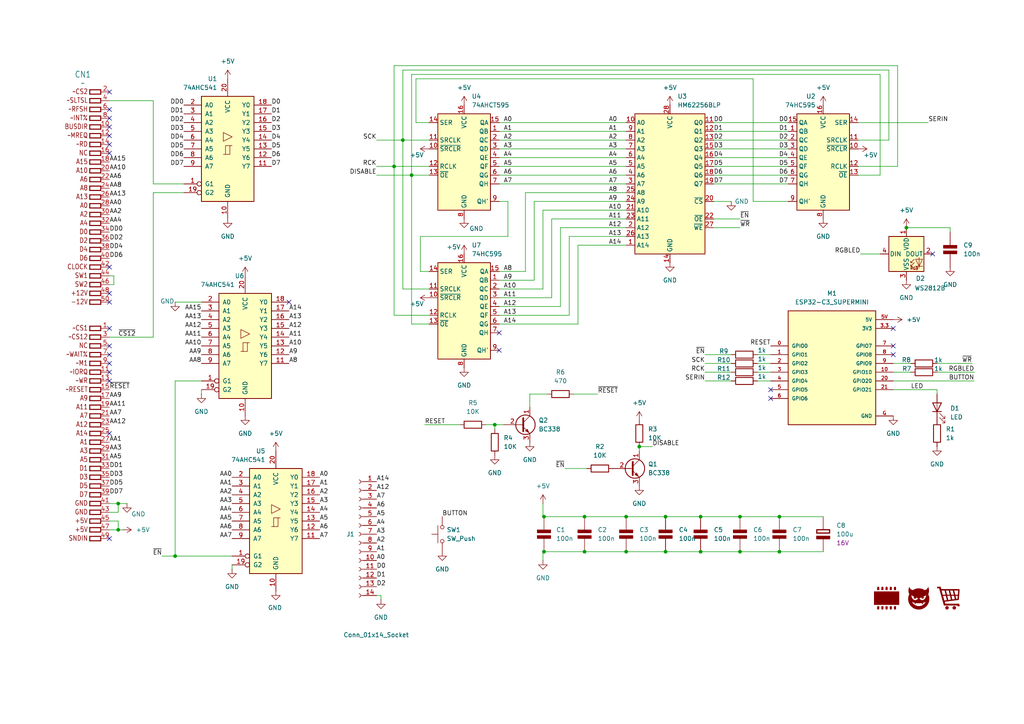
<source format=kicad_sch>
(kicad_sch (version 20231120) (generator "eeschema") (generator_version "8.0")
  (paper "A4")
  (title_block (title "Wireless Dev Cart") (company "Danjovic 2024") (comment 1 "32K Eprom Emulator for MSX"))
  (junction (at 34.29 146.05))
  (junction (at 193.04 160.02))
  (junction (at 203.2 149.86))
  (junction (at 34.29 153.67))
  (junction (at 169.545 149.86))
  (junction (at 181.61 160.02))
  (junction (at 116.84 40.64))
  (junction (at 157.7801 149.86))
  (junction (at 226.06 149.86))
  (junction (at 157.7801 160.02))
  (junction (at 214.63 160.02))
  (junction (at 50.8 161.29))
  (junction (at 203.2 160.02))
  (junction (at 114.3 48.26))
  (junction (at 181.61 149.86))
  (junction (at 185.42 129.54))
  (junction (at 193.04 149.86))
  (junction (at 226.06 160.02))
  (junction (at 143.51 123.19))
  (junction (at 169.545 160.02))
  (junction (at 214.63 149.86))
  (junction (at 262.89 66.04))
  (junction (at 119.38 50.8))
  (no_connect (at 144.78 96.52))
  (no_connect (at 31.75 110.49))
  (no_connect (at 31.75 105.41))
  (no_connect (at 31.75 100.33))
  (no_connect (at 144.78 101.6))
  (no_connect (at 31.75 36.83))
  (no_connect (at 223.52 113.03))
  (no_connect (at 31.75 107.95))
  (no_connect (at 31.75 44.45))
  (no_connect (at 259.08 100.33))
  (no_connect (at 259.08 95.25))
  (no_connect (at 31.75 34.29))
  (no_connect (at 83.82 87.63))
  (no_connect (at 31.75 26.67))
  (no_connect (at 31.75 77.47))
  (no_connect (at 31.75 87.63))
  (no_connect (at 31.75 102.87))
  (no_connect (at 31.75 95.25))
  (no_connect (at 31.75 39.37))
  (no_connect (at 31.75 125.73))
  (no_connect (at 223.52 115.57))
  (no_connect (at 31.75 156.21))
  (no_connect (at 259.08 102.87))
  (no_connect (at 270.51 73.66))
  (no_connect (at 31.75 31.75))
  (no_connect (at 31.75 85.09))
  (no_connect (at 31.75 41.91))
  (wire (pts (xy 119.38 50.8) (xy 119.38 21.59)))
  (wire (pts (xy 257.81 40.64) (xy 248.92 40.64)))
  (wire (pts (xy 214.63 160.02) (xy 226.06 160.02)))
  (wire (pts (xy 58.42 113.03) (xy 58.42 114.3)))
  (wire (pts (xy 203.2 149.86) (xy 214.63 149.86)))
  (wire (pts (xy 120.65 35.56) (xy 124.46 35.56)))
  (wire (pts (xy 259.08 113.03) (xy 271.78 113.03)))
  (wire (pts (xy 163.83 135.89) (xy 170.18 135.89)))
  (wire (pts (xy 157.48 160.02) (xy 157.48 162.56)))
  (wire (pts (xy 214.63 149.86) (xy 226.06 149.86)))
  (wire (pts (xy 157.48 146.05) (xy 157.48 149.86)))
  (wire (pts (xy 193.04 160.02) (xy 203.2 160.02)))
  (wire (pts (xy 114.3 48.26) (xy 114.3 19.05)))
  (wire (pts (xy 185.42 129.54) (xy 185.42 130.81)))
  (wire (pts (xy 212.09 107.95) (xy 204.47 107.95)))
  (wire (pts (xy 207.01 53.34) (xy 228.6 53.34)))
  (wire (pts (xy 67.31 163.83) (xy 67.31 165.1)))
  (wire (pts (xy 275.59 67.31) (xy 275.59 66.04)))
  (wire (pts (xy 109.22 172.72) (xy 110.49 172.72)))
  (wire (pts (xy 181.61 45.72) (xy 144.78 45.72)))
  (wire (pts (xy 185.42 129.54) (xy 189.23 129.54)))
  (wire (pts (xy 50.8 87.63) (xy 58.42 87.63)))
  (wire (pts (xy 144.78 88.9) (xy 162.56 88.9)))
  (wire (pts (xy 50.8 110.49) (xy 50.8 161.29)))
  (wire (pts (xy 116.84 20.32) (xy 257.81 20.32)))
  (wire (pts (xy 264.16 107.95) (xy 259.08 107.95)))
  (wire (pts (xy 219.71 107.95) (xy 223.52 107.95)))
  (wire (pts (xy 249.555 73.66) (xy 255.27 73.66)))
  (wire (pts (xy 116.84 40.64) (xy 116.84 20.32)))
  (wire (pts (xy 109.22 40.64) (xy 116.84 40.64)))
  (wire (pts (xy 143.51 123.19) (xy 146.05 123.19)))
  (wire (pts (xy 147.32 68.58) (xy 121.92 68.58)))
  (wire (pts (xy 212.09 105.41) (xy 204.47 105.41)))
  (wire (pts (xy 259.08 105.41) (xy 264.16 105.41)))
  (wire (pts (xy 121.92 68.58) (xy 121.92 78.74)))
  (wire (pts (xy 219.71 110.49) (xy 223.52 110.49)))
  (wire (pts (xy 31.75 153.67) (xy 34.29 153.67)))
  (wire (pts (xy 34.29 146.05) (xy 36.83 146.05)))
  (wire (pts (xy 44.45 55.88) (xy 53.34 55.88)))
  (wire (pts (xy 119.38 93.98) (xy 124.46 93.98)))
  (wire (pts (xy 207.01 66.04) (xy 214.63 66.04)))
  (wire (pts (xy 165.1 91.44) (xy 165.1 68.58)))
  (wire (pts (xy 109.22 50.8) (xy 119.38 50.8)))
  (wire (pts (xy 119.38 21.59) (xy 255.27 21.59)))
  (wire (pts (xy 218.44 58.42) (xy 218.44 22.86)))
  (wire (pts (xy 226.06 160.02) (xy 238.76 160.02)))
  (wire (pts (xy 144.78 86.36) (xy 160.02 86.36)))
  (wire (pts (xy 181.61 160.02) (xy 193.04 160.02)))
  (wire (pts (xy 207.01 43.18) (xy 228.6 43.18)))
  (wire (pts (xy 140.97 123.19) (xy 143.51 123.19)))
  (wire (pts (xy 207.01 48.26) (xy 228.6 48.26)))
  (wire (pts (xy 271.78 113.03) (xy 271.78 114.3)))
  (wire (pts (xy 260.35 19.05) (xy 260.35 48.26)))
  (wire (pts (xy 212.09 102.87) (xy 204.47 102.87)))
  (wire (pts (xy 282.575 107.95) (xy 271.78 107.95)))
  (wire (pts (xy 167.64 93.98) (xy 167.64 71.12)))
  (wire (pts (xy 207.01 40.64) (xy 228.6 40.64)))
  (wire (pts (xy 31.75 148.59) (xy 34.29 148.59)))
  (wire (pts (xy 181.61 53.34) (xy 144.78 53.34)))
  (wire (pts (xy 31.75 82.55) (xy 33.02 82.55)))
  (wire (pts (xy 181.61 38.1) (xy 144.78 38.1)))
  (wire (pts (xy 207.01 63.5) (xy 214.63 63.5)))
  (wire (pts (xy 121.92 78.74) (xy 124.46 78.74)))
  (wire (pts (xy 147.32 58.42) (xy 147.32 68.58)))
  (wire (pts (xy 181.61 48.26) (xy 144.78 48.26)))
  (wire (pts (xy 181.61 149.86) (xy 193.04 149.86)))
  (wire (pts (xy 144.78 91.44) (xy 165.1 91.44)))
  (wire (pts (xy 207.01 50.8) (xy 228.6 50.8)))
  (wire (pts (xy 207.01 45.72) (xy 228.6 45.72)))
  (wire (pts (xy 255.27 50.8) (xy 248.92 50.8)))
  (wire (pts (xy 248.92 35.56) (xy 269.24 35.56)))
  (wire (pts (xy 124.46 50.8) (xy 119.38 50.8)))
  (wire (pts (xy 34.29 151.13) (xy 34.29 153.67)))
  (wire (pts (xy 207.01 38.1) (xy 228.6 38.1)))
  (wire (pts (xy 53.34 53.34) (xy 44.45 53.34)))
  (wire (pts (xy 144.78 83.82) (xy 157.48 83.82)))
  (wire (pts (xy 160.02 86.36) (xy 160.02 63.5)))
  (wire (pts (xy 228.6 58.42) (xy 218.44 58.42)))
  (wire (pts (xy 193.04 149.86) (xy 203.2 149.86)))
  (wire (pts (xy 157.7801 160.02) (xy 169.545 160.02)))
  (wire (pts (xy 271.78 105.41) (xy 281.94 105.41)))
  (wire (pts (xy 166.37 114.3) (xy 173.355 114.3)))
  (wire (pts (xy 219.71 105.41) (xy 223.52 105.41)))
  (wire (pts (xy 44.45 97.79) (xy 44.45 55.88)))
  (wire (pts (xy 157.7801 149.86) (xy 169.545 149.86)))
  (wire (pts (xy 154.94 58.42) (xy 181.61 58.42)))
  (wire (pts (xy 116.84 40.64) (xy 116.84 83.82)))
  (wire (pts (xy 153.67 114.3) (xy 158.75 114.3)))
  (wire (pts (xy 34.29 148.59) (xy 34.29 146.05)))
  (wire (pts (xy 153.67 118.11) (xy 153.67 114.3)))
  (wire (pts (xy 46.99 161.29) (xy 50.8 161.29)))
  (wire (pts (xy 226.06 149.86) (xy 238.76 149.86)))
  (wire (pts (xy 144.78 93.98) (xy 167.64 93.98)))
  (wire (pts (xy 203.2 160.02) (xy 214.63 160.02)))
  (wire (pts (xy 116.84 83.82) (xy 124.46 83.82)))
  (wire (pts (xy 114.3 91.44) (xy 114.3 48.26)))
  (wire (pts (xy 50.8 110.49) (xy 58.42 110.49)))
  (wire (pts (xy 181.61 35.56) (xy 144.78 35.56)))
  (wire (pts (xy 44.45 29.21) (xy 31.75 29.21)))
  (wire (pts (xy 124.46 40.64) (xy 116.84 40.64)))
  (wire (pts (xy 260.35 48.26) (xy 248.92 48.26)))
  (wire (pts (xy 169.545 149.86) (xy 181.61 149.86)))
  (wire (pts (xy 152.4 55.88) (xy 181.61 55.88)))
  (wire (pts (xy 143.51 123.19) (xy 143.51 124.46)))
  (wire (pts (xy 144.78 78.74) (xy 152.4 78.74)))
  (wire (pts (xy 31.75 97.79) (xy 44.45 97.79)))
  (wire (pts (xy 169.545 160.02) (xy 181.61 160.02)))
  (wire (pts (xy 120.65 22.86) (xy 120.65 35.56)))
  (wire (pts (xy 167.64 71.12) (xy 181.61 71.12)))
  (wire (pts (xy 31.75 80.01) (xy 33.02 80.01)))
  (wire (pts (xy 44.45 53.34) (xy 44.45 29.21)))
  (wire (pts (xy 157.48 60.96) (xy 181.61 60.96)))
  (wire (pts (xy 157.48 160.02) (xy 157.7801 160.02)))
  (wire (pts (xy 50.8 161.29) (xy 67.31 161.29)))
  (wire (pts (xy 219.71 102.87) (xy 223.52 102.87)))
  (wire (pts (xy 152.4 78.74) (xy 152.4 55.88)))
  (wire (pts (xy 259.08 110.49) (xy 282.575 110.49)))
  (wire (pts (xy 33.02 80.01) (xy 33.02 82.55)))
  (wire (pts (xy 160.02 63.5) (xy 181.61 63.5)))
  (wire (pts (xy 162.56 88.9) (xy 162.56 66.04)))
  (wire (pts (xy 165.1 68.58) (xy 181.61 68.58)))
  (wire (pts (xy 144.78 58.42) (xy 147.32 58.42)))
  (wire (pts (xy 162.56 66.04) (xy 181.61 66.04)))
  (wire (pts (xy 181.61 50.8) (xy 144.78 50.8)))
  (wire (pts (xy 212.09 110.49) (xy 204.47 110.49)))
  (wire (pts (xy 157.48 83.82) (xy 157.48 60.96)))
  (wire (pts (xy 114.3 19.05) (xy 260.35 19.05)))
  (wire (pts (xy 181.61 43.18) (xy 144.78 43.18)))
  (wire (pts (xy 218.44 22.86) (xy 120.65 22.86)))
  (wire (pts (xy 34.29 153.67) (xy 35.56 153.67)))
  (wire (pts (xy 207.01 58.42) (xy 212.09 58.42)))
  (wire (pts (xy 275.59 66.04) (xy 262.89 66.04)))
  (wire (pts (xy 157.48 149.86) (xy 157.7801 149.86)))
  (wire (pts (xy 114.3 48.26) (xy 124.46 48.26)))
  (wire (pts (xy 154.94 58.42) (xy 154.94 81.28)))
  (wire (pts (xy 119.38 50.8) (xy 119.38 93.98)))
  (wire (pts (xy 110.49 172.72) (xy 110.49 173.99)))
  (wire (pts (xy 109.22 48.26) (xy 114.3 48.26)))
  (wire (pts (xy 31.75 151.13) (xy 34.29 151.13)))
  (wire (pts (xy 144.78 81.28) (xy 154.94 81.28)))
  (wire (pts (xy 124.46 91.44) (xy 114.3 91.44)))
  (wire (pts (xy 181.61 40.64) (xy 144.78 40.64)))
  (wire (pts (xy 257.81 20.32) (xy 257.81 40.64)))
  (wire (pts (xy 123.19 123.19) (xy 133.35 123.19)))
  (wire (pts (xy 255.27 21.59) (xy 255.27 50.8)))
  (wire (pts (xy 31.75 146.05) (xy 34.29 146.05)))
  (wire (pts (xy 207.01 35.56) (xy 228.6 35.56)))
  (polyline (pts (xy 256.2338 176.5371) (xy 256.2335 176.5503) (xy 256.2325 176.5634) (xy 256.2309 176.5763) (xy 256.2286 176.589) (xy 256.2257 176.6014) (xy 256.2222 176.6137) (xy 256.2182 176.6256) (xy 256.2136 176.6373) (xy 256.2084 176.6487) (xy 256.2027 176.6598) (xy 256.1965 176.6706) (xy 256.1899 176.6811) (xy 256.1827 176.6911) (xy 256.175 176.7009) (xy 256.1669 176.7102) (xy 256.1584 176.7192) (xy 256.1495 176.7277) (xy 256.1401 176.7358) (xy 256.1304 176.7434) (xy 256.1203 176.7506) (xy 256.1099 176.7573) (xy 256.0991 176.7635) (xy 256.088 176.7692) (xy 256.0766 176.7743) (xy 256.0649 176.779) (xy 256.053 176.783) (xy 256.0408 176.7865) (xy 256.0283 176.7894) (xy 256.0156 176.7916) (xy 256.0028 176.7933) (xy 255.9897 176.7942) (xy 255.9765 176.7946) (xy 255.8819 176.7946) (xy 255.8687 176.7942) (xy 255.8556 176.7933) (xy 255.8428 176.7916) (xy 255.8301 176.7894) (xy 255.8177 176.7865) (xy 255.8055 176.783) (xy 255.7935 176.779) (xy 255.7818 176.7743) (xy 255.7705 176.7692) (xy 255.7594 176.7635) (xy 255.7486 176.7573) (xy 255.7382 176.7506) (xy 255.7281 176.7434) (xy 255.7184 176.7358) (xy 255.709 176.7277) (xy 255.7001 176.7192) (xy 255.6916 176.7102) (xy 255.6835 176.7009) (xy 255.6758 176.6912) (xy 255.6687 176.6811) (xy 255.662 176.6706) (xy 255.6558 176.6598) (xy 255.6501 176.6487) (xy 255.6449 176.6373) (xy 255.6403 176.6256) (xy 255.6363 176.6137) (xy 255.6328 176.6014) (xy 255.6299 176.589) (xy 255.6277 176.5763) (xy 255.626 176.5634) (xy 255.625 176.5503) (xy 255.6247 176.5371) (xy 255.6247 175.8251) (xy 256.2338 175.8251) (xy 256.2338 176.5371)) (stroke (width -0.0001) (type solid) (color 132 0 0 1)) (fill (type outline)))
  (polyline (pts (xy 254.7712 170.1803) (xy 254.7842 170.1813) (xy 254.7971 170.183) (xy 254.8098 170.1852) (xy 254.8222 170.1881) (xy 254.8344 170.1916) (xy 254.8464 170.1956) (xy 254.8581 170.2002) (xy 254.8695 170.2054) (xy 254.8806 170.2111) (xy 254.8914 170.2173) (xy 254.9018 170.224) (xy 254.9119 170.2312) (xy 254.9216 170.2388) (xy 254.931 170.2469) (xy 254.9399 170.2554) (xy 254.9484 170.2644) (xy 254.9565 170.2737) (xy 254.9641 170.2834) (xy 254.9713 170.2935) (xy 254.978 170.304) (xy 254.9842 170.3148) (xy 254.9899 170.3259) (xy 254.9951 170.3373) (xy 254.9997 170.349) (xy 255.0037 170.3609) (xy 255.0072 170.3732) (xy 255.0101 170.3856) (xy 255.0123 170.3983) (xy 255.014 170.4112) (xy 255.015 170.4243) (xy 255.0153 170.4375) (xy 255.0153 171.1498) (xy 254.4059 171.1498) (xy 254.4059 170.4375) (xy 254.4062 170.4243) (xy 254.4072 170.4112) (xy 254.4089 170.3983) (xy 254.4111 170.3856) (xy 254.414 170.3732) (xy 254.4175 170.3609) (xy 254.4215 170.349) (xy 254.4261 170.3373) (xy 254.4313 170.3259) (xy 254.437 170.3148) (xy 254.4432 170.304) (xy 254.4499 170.2935) (xy 254.4571 170.2834) (xy 254.4647 170.2737) (xy 254.4728 170.2644) (xy 254.4813 170.2554) (xy 254.4902 170.2469) (xy 254.4996 170.2388) (xy 254.5093 170.2312) (xy 254.5194 170.224) (xy 254.5298 170.2173) (xy 254.5406 170.2111) (xy 254.5517 170.2054) (xy 254.5631 170.2002) (xy 254.5748 170.1956) (xy 254.5868 170.1916) (xy 254.599 170.1881) (xy 254.6114 170.1852) (xy 254.6241 170.183) (xy 254.637 170.1813) (xy 254.65 170.1803) (xy 254.6633 170.18) (xy 254.7579 170.18) (xy 254.7712 170.1803)) (stroke (width -0.0001) (type solid) (color 132 0 0 1)) (fill (type outline)))
  (polyline (pts (xy 272.8752 170.3373) (xy 272.9181 170.5183) (xy 272.9982 170.8583) (xy 278.0205 170.8583) (xy 278.0502 170.8586) (xy 278.0781 170.8598) (xy 278.104 170.8618) (xy 278.128 170.8646) (xy 278.1503 170.8683) (xy 278.1709 170.8728) (xy 278.1898 170.8781) (xy 278.2071 170.8843) (xy 278.2228 170.8914) (xy 278.2371 170.8994) (xy 278.25 170.9084) (xy 278.2615 170.9182) (xy 278.2718 170.929) (xy 278.2808 170.9407) (xy 278.2886 170.9534) (xy 278.2953 170.9671) (xy 278.301 170.9818) (xy 278.3057 170.9975) (xy 278.3095 171.0142) (xy 278.3124 171.0319) (xy 278.3145 171.0507) (xy 278.3159 171.0706) (xy 278.3167 171.1135) (xy 278.3152 171.1608) (xy 278.3121 171.2127) (xy 278.3025 171.3303) (xy 278.1157 173.7112) (xy 278.1056 173.8326) (xy 278.1009 173.8791) (xy 278.0953 173.9171) (xy 278.092 173.9333) (xy 278.0883 173.9478) (xy 278.084 173.9607) (xy 278.0791 173.972) (xy 278.0734 173.9819) (xy 278.0669 173.9906) (xy 278.0595 173.998) (xy 278.0511 174.0045) (xy 278.0417 174.0099) (xy 278.031 174.0146) (xy 278.0191 174.0185) (xy 278.0059 174.0218) (xy 277.975 174.0272) (xy 277.9376 174.0314) (xy 277.8404 174.0405) (xy 277.7793 174.0471) (xy 277.7088 174.0563) (xy 274.015 174.5262) (xy 274.2104 175.093) (xy 278.189 175.093) (xy 278.2324 175.2641) (xy 278.2794 175.4612) (xy 278.3698 175.8466) (xy 277.7088 175.8466) (xy 277.6453 175.6173) (xy 274.4661 175.6173) (xy 274.3385 175.6172) (xy 274.2281 175.6205) (xy 274.0531 175.6312) (xy 273.9854 175.6356) (xy 273.9287 175.6372) (xy 273.8816 175.6347) (xy 273.8612 175.6314) (xy 273.8426 175.6265) (xy 273.8256 175.6197) (xy 273.8101 175.611) (xy 273.7958 175.6001) (xy 273.7825 175.5868) (xy 273.7701 175.5709) (xy 273.7583 175.5522) (xy 273.7471 175.5306) (xy 273.7361 175.5059) (xy 273.7141 175.4463) (xy 273.691 175.3718) (xy 273.635 175.1722) (xy 272.9857 172.8117) (xy 273.5241 172.8117) (xy 273.8987 174.1736) (xy 274.6276 174.074) (xy 274.3256 172.8117) (xy 273.5241 172.8117) (xy 272.9857 172.8117) (xy 272.9855 172.8112) (xy 274.7503 172.8112) (xy 275.0394 174.0175) (xy 275.7989 173.9142) (xy 275.5337 172.8117) (xy 275.9599 172.8117) (xy 276.2113 173.8582) (xy 276.9353 173.7597) (xy 276.7081 172.8117) (xy 277.1334 172.8117) (xy 277.3471 173.7031) (xy 277.3998 173.6962) (xy 277.4571 173.6887) (xy 277.5068 173.6833) (xy 277.5858 173.6759) (xy 277.6162 173.6725) (xy 277.6413 173.6682) (xy 277.6521 173.6655) (xy 277.6618 173.6623) (xy 277.6705 173.6585) (xy 277.6782 173.654) (xy 277.685 173.6488) (xy 277.691 173.6427) (xy 277.6963 173.6357) (xy 277.7009 173.6276) (xy 277.7049 173.6184) (xy 277.7084 173.608) (xy 277.7115 173.5962) (xy 277.7142 173.5831) (xy 277.7187 173.5521) (xy 277.7226 173.5144) (xy 277.7309 173.4157) (xy 277.7815 172.8117) (xy 277.1334 172.8117) (xy 276.7081 172.8117) (xy 275.9599 172.8117) (xy 275.5337 172.8117) (xy 275.5335 172.8112) (xy 274.7503 172.8112) (xy 272.9855 172.8112) (xy 272.5601 171.2647) (xy 273.0983 171.2647) (xy 273.1973 171.6339) (xy 273.2006 171.6334) (xy 273.438 172.4984) (xy 274.2508 172.4984) (xy 273.9559 171.2657) (xy 274.3805 171.2657) (xy 274.6755 172.4984) (xy 275.4582 172.4984) (xy 275.1622 171.2674) (xy 275.5879 171.2674) (xy 275.884 172.4984) (xy 276.6327 172.4984) (xy 276.3379 171.269) (xy 276.7635 171.269) (xy 277.0585 172.499) (xy 277.8078 172.499) (xy 277.8907 171.5107) (xy 277.8953 171.4625) (xy 277.8999 171.4212) (xy 277.9075 171.3568) (xy 277.9095 171.3327) (xy 277.9095 171.3134) (xy 277.9086 171.3054) (xy 277.9071 171.2983) (xy 277.9049 171.2922) (xy 277.9018 171.287) (xy 277.898 171.2826) (xy 277.8932 171.2789) (xy 277.8874 171.2759) (xy 277.8806 171.2735) (xy 277.8727 171.2717) (xy 277.8636 171.2703) (xy 277.8418 171.2689) (xy 277.8145 171.2686) (xy 277.7813 171.2691) (xy 277.6953 171.27) (xy 276.7635 171.269) (xy 276.3379 171.269) (xy 276.3378 171.2684) (xy 275.5879 171.2674) (xy 275.1622 171.2674) (xy 275.1621 171.2668) (xy 274.3805 171.2657) (xy 273.9559 171.2657) (xy 273.9558 171.2652) (xy 273.0983 171.2647) (xy 272.5601 171.2647) (xy 272.3818 170.6166) (xy 271.78 170.6166) (xy 271.78 170.18) (xy 272.8356 170.18) (xy 272.8752 170.3373)) (stroke (width -0.0001) (type solid) (color 132 0 0 1)) (fill (type outline)))
  (polyline (pts (xy 259.6453 170.1803) (xy 259.6584 170.1813) (xy 259.6713 170.183) (xy 259.684 170.1852) (xy 259.6965 170.1881) (xy 259.7087 170.1916) (xy 259.7207 170.1956) (xy 259.7324 170.2002) (xy 259.7438 170.2054) (xy 259.7549 170.2111) (xy 259.7657 170.2173) (xy 259.7761 170.224) (xy 259.7862 170.2312) (xy 259.7959 170.2388) (xy 259.8053 170.2469) (xy 259.8142 170.2554) (xy 259.8227 170.2644) (xy 259.8308 170.2737) (xy 259.8385 170.2834) (xy 259.8456 170.2935) (xy 259.8523 170.304) (xy 259.8585 170.3148) (xy 259.8642 170.3259) (xy 259.8694 170.3373) (xy 259.874 170.349) (xy 259.878 170.3609) (xy 259.8815 170.3732) (xy 259.8843 170.3856) (xy 259.8866 170.3983) (xy 259.8882 170.4112) (xy 259.8892 170.4243) (xy 259.8896 170.4375) (xy 259.8896 171.1498) (xy 259.2803 171.1498) (xy 259.2803 170.4375) (xy 259.2806 170.4243) (xy 259.2816 170.4112) (xy 259.2833 170.3983) (xy 259.2855 170.3856) (xy 259.2884 170.3732) (xy 259.2919 170.3609) (xy 259.2959 170.349) (xy 259.3005 170.3373) (xy 259.3057 170.3259) (xy 259.3114 170.3148) (xy 259.3176 170.304) (xy 259.3243 170.2935) (xy 259.3314 170.2834) (xy 259.3391 170.2737) (xy 259.3472 170.2644) (xy 259.3557 170.2554) (xy 259.3646 170.2469) (xy 259.3739 170.2388) (xy 259.3837 170.2312) (xy 259.3938 170.224) (xy 259.4042 170.2173) (xy 259.415 170.2111) (xy 259.426 170.2054) (xy 259.4374 170.2002) (xy 259.4491 170.1956) (xy 259.4611 170.1916) (xy 259.4733 170.1881) (xy 259.4857 170.1852) (xy 259.4984 170.183) (xy 259.5112 170.1813) (xy 259.5243 170.1803) (xy 259.5375 170.18) (xy 259.6321 170.18) (xy 259.6453 170.1803)) (stroke (width -0.0001) (type solid) (color 132 0 0 1)) (fill (type outline)))
  (polyline (pts (xy 274.6963 175.7746) (xy 274.7222 175.7766) (xy 274.7478 175.7799) (xy 274.7729 175.7844) (xy 274.7975 175.7901) (xy 274.8217 175.7969) (xy 274.8454 175.805) (xy 274.8686 175.8141) (xy 274.8912 175.8243) (xy 274.9132 175.8356) (xy 274.9346 175.8479) (xy 274.9553 175.8612) (xy 274.9753 175.8754) (xy 274.9946 175.8906) (xy 275.0131 175.9066) (xy 275.0308 175.9236) (xy 275.0477 175.9413) (xy 275.0638 175.9598) (xy 275.0789 175.9791) (xy 275.0932 175.9991) (xy 275.1065 176.0198) (xy 275.1188 176.0412) (xy 275.13 176.0632) (xy 275.1403 176.0858) (xy 275.1494 176.1089) (xy 275.1574 176.1326) (xy 275.1643 176.1568) (xy 275.17 176.1815) (xy 275.1745 176.2066) (xy 275.1778 176.2322) (xy 275.1798 176.258) (xy 275.1804 176.2843) (xy 275.1798 176.3106) (xy 275.1778 176.3365) (xy 275.1745 176.362) (xy 275.1701 176.3872) (xy 275.1644 176.4119) (xy 275.1575 176.4361) (xy 275.1495 176.4598) (xy 275.1403 176.483) (xy 275.1301 176.5056) (xy 275.1189 176.5276) (xy 275.1066 176.549) (xy 275.0933 176.5697) (xy 275.0791 176.5897) (xy 275.064 176.609) (xy 275.0479 176.6275) (xy 275.031 176.6452) (xy 275.0133 176.6621) (xy 274.9948 176.6781) (xy 274.9755 176.6933) (xy 274.9555 176.7075) (xy 274.9348 176.7208) (xy 274.9135 176.733) (xy 274.8915 176.7443) (xy 274.8688 176.7545) (xy 274.8457 176.7636) (xy 274.8219 176.7717) (xy 274.7977 176.7785) (xy 274.773 176.7842) (xy 274.7479 176.7887) (xy 274.7223 176.792) (xy 274.6964 176.7939) (xy 274.6701 176.7946) (xy 274.6438 176.7939) (xy 274.6179 176.792) (xy 274.5923 176.7887) (xy 274.5672 176.7842) (xy 274.5425 176.7785) (xy 274.5183 176.7717) (xy 274.4946 176.7636) (xy 274.4714 176.7545) (xy 274.4488 176.7443) (xy 274.4268 176.733) (xy 274.4054 176.7208) (xy 274.3847 176.7075) (xy 274.3647 176.6933) (xy 274.3454 176.6781) (xy 274.3269 176.6621) (xy 274.3092 176.6452) (xy 274.2923 176.6275) (xy 274.2763 176.609) (xy 274.2611 176.5897) (xy 274.2469 176.5697) (xy 274.2336 176.549) (xy 274.2214 176.5276) (xy 274.2101 176.5056) (xy 274.1999 176.483) (xy 274.1907 176.4598) (xy 274.1827 176.4361) (xy 274.1759 176.4119) (xy 274.1702 176.3872) (xy 274.1657 176.362) (xy 274.1624 176.3365) (xy 274.1605 176.3106) (xy 274.1598 176.2843) (xy 274.1605 176.258) (xy 274.1624 176.2322) (xy 274.1657 176.2066) (xy 274.1702 176.1815) (xy 274.1759 176.1568) (xy 274.1827 176.1326) (xy 274.1907 176.1089) (xy 274.1999 176.0858) (xy 274.2101 176.0632) (xy 274.2214 176.0412) (xy 274.2336 176.0198) (xy 274.2469 175.9991) (xy 274.2611 175.9791) (xy 274.2763 175.9598) (xy 274.2923 175.9413) (xy 274.3092 175.9236) (xy 274.3269 175.9066) (xy 274.3454 175.8906) (xy 274.3647 175.8754) (xy 274.3847 175.8612) (xy 274.4054 175.8479) (xy 274.4268 175.8356) (xy 274.4488 175.8243) (xy 274.4714 175.8141) (xy 274.4946 175.805) (xy 274.5183 175.7969) (xy 274.5425 175.7901) (xy 274.5672 175.7844) (xy 274.5923 175.7799) (xy 274.6179 175.7766) (xy 274.6438 175.7746) (xy 274.6701 175.774) (xy 274.6963 175.7746)) (stroke (width -0.0001) (type solid) (color 132 0 0 1)) (fill (type outline)))
  (polyline (pts (xy 276.8011 175.7746) (xy 276.827 175.7766) (xy 276.8525 175.7799) (xy 276.8776 175.7844) (xy 276.9023 175.7901) (xy 276.9265 175.7969) (xy 276.9502 175.805) (xy 276.9734 175.8141) (xy 276.996 175.8243) (xy 277.018 175.8356) (xy 277.0393 175.8479) (xy 277.06 175.8612) (xy 277.08 175.8754) (xy 277.0993 175.8906) (xy 277.1178 175.9066) (xy 277.1356 175.9236) (xy 277.1525 175.9413) (xy 277.1685 175.9598) (xy 277.1837 175.9791) (xy 277.1979 175.9991) (xy 277.2112 176.0198) (xy 277.2235 176.0412) (xy 277.2348 176.0632) (xy 277.245 176.0858) (xy 277.2542 176.1089) (xy 277.2622 176.1326) (xy 277.2691 176.1568) (xy 277.2748 176.1815) (xy 277.2793 176.2066) (xy 277.2825 176.2322) (xy 277.2845 176.258) (xy 277.2852 176.2843) (xy 277.2845 176.3106) (xy 277.2825 176.3365) (xy 277.2793 176.362) (xy 277.2748 176.3872) (xy 277.2691 176.4119) (xy 277.2622 176.4361) (xy 277.2542 176.4598) (xy 277.245 176.483) (xy 277.2348 176.5056) (xy 277.2235 176.5276) (xy 277.2112 176.549) (xy 277.1979 176.5697) (xy 277.1837 176.5897) (xy 277.1685 176.609) (xy 277.1525 176.6275) (xy 277.1356 176.6452) (xy 277.1178 176.6621) (xy 277.0993 176.6781) (xy 277.08 176.6933) (xy 277.06 176.7075) (xy 277.0393 176.7208) (xy 277.018 176.733) (xy 276.996 176.7443) (xy 276.9734 176.7545) (xy 276.9502 176.7636) (xy 276.9265 176.7717) (xy 276.9023 176.7785) (xy 276.8776 176.7842) (xy 276.8525 176.7887) (xy 276.827 176.792) (xy 276.8011 176.7939) (xy 276.7748 176.7946) (xy 276.7486 176.7939) (xy 276.7226 176.792) (xy 276.6971 176.7887) (xy 276.6719 176.7842) (xy 276.6472 176.7785) (xy 276.623 176.7717) (xy 276.5993 176.7636) (xy 276.5761 176.7545) (xy 276.5535 176.7443) (xy 276.5315 176.733) (xy 276.5101 176.7208) (xy 276.4894 176.7075) (xy 276.4694 176.6933) (xy 276.4502 176.6781) (xy 276.4316 176.6621) (xy 276.4139 176.6452) (xy 276.397 176.6275) (xy 276.381 176.609) (xy 276.3659 176.5897) (xy 276.3516 176.5697) (xy 276.3384 176.549) (xy 276.3261 176.5276) (xy 276.3148 176.5056) (xy 276.3046 176.483) (xy 276.2955 176.4598) (xy 276.2875 176.4361) (xy 276.2806 176.4119) (xy 276.2749 176.3872) (xy 276.2704 176.362) (xy 276.2672 176.3365) (xy 276.2652 176.3106) (xy 276.2645 176.2843) (xy 276.2652 176.258) (xy 276.2672 176.2322) (xy 276.2704 176.2066) (xy 276.2749 176.1815) (xy 276.2806 176.1568) (xy 276.2875 176.1326) (xy 276.2955 176.1089) (xy 276.3046 176.0858) (xy 276.3148 176.0632) (xy 276.3261 176.0412) (xy 276.3384 176.0198) (xy 276.3516 175.9991) (xy 276.3659 175.9791) (xy 276.381 175.9598) (xy 276.397 175.9413) (xy 276.4139 175.9236) (xy 276.4316 175.9066) (xy 276.4502 175.8906) (xy 276.4694 175.8754) (xy 276.4894 175.8612) (xy 276.5101 175.8479) (xy 276.5315 175.8356) (xy 276.5535 175.8243) (xy 276.5761 175.8141) (xy 276.5993 175.805) (xy 276.623 175.7969) (xy 276.6472 175.7901) (xy 276.6719 175.7844) (xy 276.6971 175.7799) (xy 276.7226 175.7766) (xy 276.7486 175.7746) (xy 276.7748 175.774) (xy 276.8011 175.7746)) (stroke (width -0.0001) (type solid) (color 132 0 0 1)) (fill (type outline)))
  (polyline (pts (xy 259.8896 176.5371) (xy 259.8892 176.5503) (xy 259.8882 176.5634) (xy 259.8866 176.5763) (xy 259.8843 176.589) (xy 259.8815 176.6014) (xy 259.878 176.6137) (xy 259.874 176.6256) (xy 259.8694 176.6373) (xy 259.8642 176.6487) (xy 259.8585 176.6598) (xy 259.8523 176.6706) (xy 259.8456 176.6811) (xy 259.8385 176.6911) (xy 259.8308 176.7009) (xy 259.8227 176.7102) (xy 259.8142 176.7192) (xy 259.8053 176.7277) (xy 259.7959 176.7358) (xy 259.7862 176.7434) (xy 259.7761 176.7506) (xy 259.7657 176.7573) (xy 259.7549 176.7635) (xy 259.7438 176.7692) (xy 259.7324 176.7743) (xy 259.7207 176.779) (xy 259.7087 176.783) (xy 259.6965 176.7865) (xy 259.684 176.7894) (xy 259.6713 176.7916) (xy 259.6584 176.7933) (xy 259.6453 176.7942) (xy 259.6321 176.7946) (xy 259.5375 176.7946) (xy 259.5243 176.7942) (xy 259.5112 176.7933) (xy 259.4984 176.7916) (xy 259.4857 176.7894) (xy 259.4733 176.7865) (xy 259.4611 176.783) (xy 259.4491 176.779) (xy 259.4374 176.7743) (xy 259.4261 176.7692) (xy 259.415 176.7635) (xy 259.4042 176.7573) (xy 259.3938 176.7506) (xy 259.3837 176.7434) (xy 259.374 176.7358) (xy 259.3646 176.7277) (xy 259.3557 176.7192) (xy 259.3472 176.7102) (xy 259.3391 176.7009) (xy 259.3314 176.6912) (xy 259.3243 176.6811) (xy 259.3176 176.6706) (xy 259.3114 176.6598) (xy 259.3057 176.6487) (xy 259.3005 176.6373) (xy 259.2959 176.6256) (xy 259.2919 176.6137) (xy 259.2884 176.6014) (xy 259.2855 176.589) (xy 259.2833 176.5763) (xy 259.2816 176.5634) (xy 259.2806 176.5503) (xy 259.2803 176.5371) (xy 259.2803 175.8251) (xy 259.8896 175.8251) (xy 259.8896 176.5371)) (stroke (width -0.0001) (type solid) (color 132 0 0 1)) (fill (type outline)))
  (polyline (pts (xy 255.0153 176.5371) (xy 255.015 176.5503) (xy 255.014 176.5634) (xy 255.0123 176.5763) (xy 255.0101 176.589) (xy 255.0072 176.6014) (xy 255.0037 176.6137) (xy 254.9997 176.6256) (xy 254.9951 176.6373) (xy 254.9899 176.6487) (xy 254.9842 176.6598) (xy 254.978 176.6706) (xy 254.9713 176.6811) (xy 254.9642 176.6911) (xy 254.9565 176.7009) (xy 254.9484 176.7102) (xy 254.9399 176.7192) (xy 254.931 176.7277) (xy 254.9216 176.7358) (xy 254.9119 176.7434) (xy 254.9018 176.7506) (xy 254.8914 176.7573) (xy 254.8806 176.7635) (xy 254.8695 176.7692) (xy 254.8581 176.7743) (xy 254.8464 176.779) (xy 254.8344 176.783) (xy 254.8222 176.7865) (xy 254.8098 176.7894) (xy 254.7971 176.7916) (xy 254.7842 176.7933) (xy 254.7712 176.7942) (xy 254.7579 176.7946) (xy 254.6633 176.7946) (xy 254.65 176.7942) (xy 254.637 176.7933) (xy 254.6241 176.7916) (xy 254.6114 176.7894) (xy 254.599 176.7865) (xy 254.5868 176.783) (xy 254.5748 176.779) (xy 254.5631 176.7743) (xy 254.5517 176.7692) (xy 254.5406 176.7635) (xy 254.5298 176.7573) (xy 254.5194 176.7506) (xy 254.5093 176.7434) (xy 254.4996 176.7358) (xy 254.4902 176.7277) (xy 254.4813 176.7192) (xy 254.4728 176.7102) (xy 254.4647 176.7009) (xy 254.4571 176.6912) (xy 254.4499 176.6811) (xy 254.4432 176.6706) (xy 254.437 176.6598) (xy 254.4313 176.6487) (xy 254.4261 176.6373) (xy 254.4215 176.6256) (xy 254.4175 176.6137) (xy 254.414 176.6014) (xy 254.4111 176.589) (xy 254.4089 176.5763) (xy 254.4072 176.5634) (xy 254.4062 176.5503) (xy 254.4059 176.5371) (xy 254.4059 175.8251) (xy 255.0153 175.8251) (xy 255.0153 176.5371)) (stroke (width -0.0001) (type solid) (color 132 0 0 1)) (fill (type outline)))
  (polyline (pts (xy 260.8035 175.4443) (xy 253.492 175.4443) (xy 253.492 171.5305) (xy 260.8035 171.5305) (xy 260.8035 175.4443)) (stroke (width -0.0001) (type solid) (color 132 0 0 1)) (fill (type outline)))
  (polyline (pts (xy 269.2858 170.3437) (xy 269.3293 170.5037) (xy 269.3664 170.6602) (xy 269.3972 170.8128) (xy 269.4214 170.9616) (xy 269.4389 171.1064) (xy 269.4495 171.2471) (xy 269.4531 171.3837) (xy 269.4494 171.5161) (xy 269.4384 171.6441) (xy 269.4199 171.7677) (xy 269.3937 171.8868) (xy 269.3597 172.0012) (xy 269.3176 172.1109) (xy 269.2674 172.2158) (xy 269.2089 172.3158) (xy 269.2451 172.389) (xy 269.2794 172.463) (xy 269.3117 172.5379) (xy 269.3419 172.6136) (xy 269.3702 172.69) (xy 269.3965 172.7672) (xy 269.4207 172.8451) (xy 269.4428 172.9236) (xy 269.4799 173.0775) (xy 269.5088 173.2314) (xy 269.5298 173.3851) (xy 269.5428 173.5383) (xy 269.5482 173.6909) (xy 269.5459 173.8425) (xy 269.5362 173.993) (xy 269.5192 174.1421) (xy 269.4949 174.2896) (xy 269.4637 174.4353) (xy 269.4255 174.5788) (xy 269.3805 174.72) (xy 269.3289 174.8586) (xy 269.2708 174.9944) (xy 269.2064 175.1272) (xy 269.1357 175.2566) (xy 269.0589 175.3826) (xy 268.9762 175.5048) (xy 268.8876 175.623) (xy 268.7934 175.737) (xy 268.6936 175.8466) (xy 268.5884 175.9514) (xy 268.4779 176.0513) (xy 268.3623 176.146) (xy 268.2417 176.2353) (xy 268.1162 176.319) (xy 267.986 176.3967) (xy 267.8512 176.4684) (xy 267.712 176.5337) (xy 267.5684 176.5924) (xy 267.4206 176.6443) (xy 267.2688 176.6891) (xy 267.115 176.7262) (xy 266.9611 176.7551) (xy 266.8074 176.776) (xy 266.6542 176.7891) (xy 266.5017 176.7944) (xy 266.35 176.7922) (xy 266.1995 176.7825) (xy 266.0504 176.7654) (xy 265.9029 176.7412) (xy 265.7573 176.7099) (xy 265.6138 176.6717) (xy 265.4726 176.6268) (xy 265.334 176.5752) (xy 265.1982 176.5171) (xy 265.0654 176.4526) (xy 264.936 176.3819) (xy 264.81 176.3051) (xy 264.6878 176.2224) (xy 264.5696 176.1338) (xy 264.4556 176.0396) (xy 264.3461 175.9398) (xy 264.2412 175.8346) (xy 264.1413 175.7241) (xy 264.0466 175.6085) (xy 263.9573 175.4879) (xy 263.8737 175.3624) (xy 263.7959 175.2322) (xy 263.7242 175.0974) (xy 263.6589 174.9582) (xy 263.6002 174.8146) (xy 263.5484 174.6669) (xy 263.5309 174.6076) (xy 264.4893 174.6076) (xy 264.5938 174.7537) (xy 264.7031 174.89) (xy 264.8168 175.0165) (xy 264.9346 175.1335) (xy 265.0561 175.2407) (xy 265.181 175.3384) (xy 265.3089 175.4265) (xy 265.4395 175.505) (xy 265.5723 175.5741) (xy 265.7072 175.6336) (xy 265.8436 175.6837) (xy 265.9813 175.7244) (xy 266.1199 175.7556) (xy 266.2591 175.7776) (xy 266.3984 175.7901) (xy 266.5376 175.7934) (xy 266.6763 175.7875) (xy 266.8142 175.7723) (xy 266.9508 175.7479) (xy 267.0859 175.7143) (xy 267.219 175.6716) (xy 267.3499 175.6198) (xy 267.4782 175.5589) (xy 267.6035 175.4889) (xy 267.7255 175.41) (xy 267.8439 175.3221) (xy 267.9582 175.2252) (xy 268.0681 175.1194) (xy 268.1733 175.0047) (xy 268.2734 174.8812) (xy 268.3681 174.7488) (xy 268.4571 174.6076) (xy 268.3698 174.6401) (xy 268.2826 174.6711) (xy 268.1954 174.7005) (xy 268.1082 174.7284) (xy 268.0209 174.7547) (xy 267.9337 174.7796) (xy 267.8465 174.8029) (xy 267.7592 174.8247) (xy 267.5291 175.3603) (xy 267.3408 174.9086) (xy 267.1294 174.938) (xy 266.918 174.9588) (xy 266.7066 174.9711) (xy 266.4952 174.9749) (xy 266.2838 174.9704) (xy 266.0724 174.9577) (xy 265.861 174.9367) (xy 265.6496 174.9077) (xy 265.4161 175.3006) (xy 265.236 174.8278) (xy 265.1427 174.8056) (xy 265.0493 174.7818) (xy 264.956 174.7566) (xy 264.8627 174.7298) (xy 264.7694 174.7015) (xy 264.676 174.6717) (xy 264.5827 174.6404) (xy 264.4893 174.6076) (xy 263.5309 174.6076) (xy 263.5035 174.5151) (xy 263.4686 174.3712) (xy 263.4408 174.2273) (xy 263.42 174.0835) (xy 263.4061 173.9401) (xy 263.399 173.7972) (xy 263.3986 173.655) (xy 263.4048 173.5138) (xy 263.4174 173.3737) (xy 263.4364 173.2349) (xy 263.4616 173.0976) (xy 263.493 172.962) (xy 263.5303 172.8283) (xy 263.5736 172.6967) (xy 263.5781 172.6849) (xy 264.3053 172.6849) (xy 264.3239 172.7703) (xy 264.3337 172.8124) (xy 264.3438 172.8541) (xy 264.3543 172.8952) (xy 264.3651 172.9359) (xy 264.3764 172.9762) (xy 264.388 173.0159) (xy 264.4186 173.1106) (xy 264.4527 173.2016) (xy 264.4901 173.289) (xy 264.5306 173.3724) (xy 264.5741 173.4519) (xy 264.6204 173.5271) (xy 264.6694 173.5981) (xy 264.7209 173.6646) (xy 264.7748 173.7265) (xy 264.8308 173.7836) (xy 264.8889 173.8359) (xy 264.9489 173.8831) (xy 265.0106 173.9252) (xy 265.0738 173.9619) (xy 265.1385 173.9932) (xy 265.2044 174.0189) (xy 265.2714 174.0388) (xy 265.3394 174.0528) (xy 265.4081 174.0607) (xy 265.4775 174.0625) (xy 265.5473 174.0579) (xy 265.6174 174.0469) (xy 265.6877 174.0292) (xy 265.758 174.0048) (xy 265.8281 173.9735) (xy 265.8979 173.9351) (xy 265.9672 173.8895) (xy 266.0359 173.8366) (xy 266.1038 173.7762) (xy 266.1708 173.7082) (xy 266.2366 173.6324) (xy 266.3012 173.5486) (xy 266.6452 173.5486) (xy 266.7097 173.6324) (xy 266.7756 173.7082) (xy 266.8425 173.7762) (xy 266.9104 173.8366) (xy 266.9791 173.8895) (xy 267.0484 173.9351) (xy 267.1182 173.9735) (xy 267.1883 174.0048) (xy 267.2586 174.0292) (xy 267.3288 174.0469) (xy 267.399 174.0579) (xy 267.4688 174.0625) (xy 267.5381 174.0607) (xy 267.6069 174.0528) (xy 267.6748 174.0388) (xy 267.7418 174.0189) (xy 267.8078 173.9932) (xy 267.8724 173.9619) (xy 267.9357 173.9252) (xy 267.9974 173.8831) (xy 268.0574 173.8359) (xy 268.1154 173.7836) (xy 268.1715 173.7265) (xy 268.2254 173.6646) (xy 268.2769 173.5981) (xy 268.3259 173.5271) (xy 268.3722 173.4519) (xy 268.4157 173.3724) (xy 268.4562 173.289) (xy 268.4936 173.2016) (xy 268.5277 173.1106) (xy 268.5584 173.0159) (xy 268.5699 172.9762) (xy 268.5811 172.9359) (xy 268.592 172.8952) (xy 268.6025 172.8541) (xy 268.6126 172.8124) (xy 268.6224 172.7703) (xy 268.6409 172.6849) (xy 267.8371 173.0328) (xy 267.8499 173.0459) (xy 267.862 173.0596) (xy 267.8733 173.0738) (xy 267.8838 173.0886) (xy 267.8936 173.1037) (xy 267.9026 173.1194) (xy 267.9109 173.1354) (xy 267.9182 173.1518) (xy 267.9248 173.1686) (xy 267.9306 173.1857) (xy 267.9355 173.2031) (xy 267.9395 173.2207) (xy 267.9426 173.2385) (xy 267.9449 173.2565) (xy 267.9462 173.2747) (xy 267.9467 173.2931) (xy 267.9462 173.3118) (xy 267.9448 173.3302) (xy 267.9425 173.3485) (xy 267.9393 173.3664) (xy 267.9352 173.384) (xy 267.9303 173.4012) (xy 267.9246 173.4181) (xy 267.9181 173.4346) (xy 267.9108 173.4508) (xy 267.9028 173.4664) (xy 267.894 173.4817) (xy 267.8845 173.4964) (xy 267.8744 173.5107) (xy 267.8636 173.5244) (xy 267.8522 173.5376) (xy 267.8401 173.5503) (xy 267.8275 173.5623) (xy 267.8143 173.5737) (xy 267.8005 173.5845) (xy 267.7863 173.5947) (xy 267.7715 173.6041) (xy 267.7563 173.6129) (xy 267.7406 173.6209) (xy 267.7245 173.6282) (xy 267.708 173.6347) (xy 267.6911 173.6404) (xy 267.6738 173.6453) (xy 267.6562 173.6494) (xy 267.6383 173.6526) (xy 267.6201 173.6549) (xy 267.6017 173.6563) (xy 267.583 173.6568) (xy 267.5645 173.6563) (xy 267.5462 173.6549) (xy 267.5282 173.6527) (xy 267.5105 173.6496) (xy 267.4931 173.6456) (xy 267.476 173.6408) (xy 267.4592 173.6352) (xy 267.4429 173.6289) (xy 267.4269 173.6217) (xy 267.4114 173.6139) (xy 267.3963 173.6053) (xy 267.3816 173.5961) (xy 267.3675 173.5861) (xy 267.3538 173.5756) (xy 267.3407 173.5644) (xy 267.3281 173.5526) (xy 267.3161 173.5402) (xy 267.3047 173.5273) (xy 267.2939 173.5138) (xy 267.2837 173.4999) (xy 267.2742 173.4854) (xy 267.2654 173.4705) (xy 267.2572 173.4551) (xy 267.2498 173.4393) (xy 267.2432 173.4231) (xy 267.2373 173.4065) (xy 267.2322 173.3895) (xy 267.2279 173.3722) (xy 267.2245 173.3546) (xy 267.2219 173.3367) (xy 267.2202 173.3186) (xy 267.2194 173.3002) (xy 266.6452 173.5486) (xy 266.3012 173.5486) (xy 265.727 173.3002) (xy 265.7262 173.3186) (xy 265.7244 173.3367) (xy 265.7218 173.3546) (xy 265.7184 173.3722) (xy 265.7141 173.3895) (xy 265.709 173.4065) (xy 265.7031 173.4231) (xy 265.6964 173.4393) (xy 265.689 173.4551) (xy 265.6809 173.4705) (xy 265.6721 173.4854) (xy 265.6626 173.4999) (xy 265.6524 173.5138) (xy 265.6416 173.5273) (xy 265.6302 173.5402) (xy 265.6181 173.5526) (xy 265.6056 173.5644) (xy 265.5924 173.5756) (xy 265.5788 173.5861) (xy 265.5646 173.5961) (xy 265.55 173.6053) (xy 265.5348 173.6139) (xy 265.5193 173.6217) (xy 265.5033 173.6289) (xy 265.487 173.6352) (xy 265.4702 173.6408) (xy 265.4532 173.6456) (xy 265.4358 173.6496) (xy 265.418 173.6527) (xy 265.4 173.6549) (xy 265.3818 173.6563) (xy 265.3633 173.6568) (xy 265.3446 173.6563) (xy 265.3261 173.6549) (xy 265.3079 173.6526) (xy 265.29 173.6494) (xy 265.2724 173.6453) (xy 265.2551 173.6404) (xy 265.2382 173.6347) (xy 265.2217 173.6282) (xy 265.2056 173.6209) (xy 265.1899 173.6129) (xy 265.1747 173.6041) (xy 265.1599 173.5947) (xy 265.1457 173.5845) (xy 265.1319 173.5737) (xy 265.1187 173.5623) (xy 265.1061 173.5503) (xy 265.0941 173.5376) (xy 265.0826 173.5244) (xy 265.0718 173.5107) (xy 265.0617 173.4964) (xy 265.0522 173.4817) (xy 265.0435 173.4664) (xy 265.0354 173.4508) (xy 265.0281 173.4346) (xy 265.0216 173.4181) (xy 265.0159 173.4012) (xy 265.011 173.384) (xy 265.0069 173.3664) (xy 265.0037 173.3485) (xy 265.0014 173.3302) (xy 265 173.3118) (xy 264.9995 173.2931) (xy 265 173.2741) (xy 265.0015 173.2553) (xy 265.0039 173.2368) (xy 265.0072 173.2187) (xy 265.0114 173.2008) (xy 265.0164 173.1833) (xy 265.0223 173.1662) (xy 265.029 173.1495) (xy 265.0366 173.1332) (xy 265.0448 173.1173) (xy 265.0539 173.1019) (xy 265.0636 173.087) (xy 265.074 173.0726) (xy 265.0851 173.0588) (xy 265.0969 173.0455) (xy 265.1092 173.0328) (xy 264.3053 172.6849) (xy 263.5781 172.6849) (xy 263.6227 172.5674) (xy 263.6774 172.4405) (xy 263.7377 172.3164) (xy 263.6791 172.2163) (xy 263.6288 172.1114) (xy 263.5868 172.0017) (xy 263.5527 171.8872) (xy 263.5264 171.7681) (xy 263.5079 171.6445) (xy 263.4969 171.5165) (xy 263.4932 171.3841) (xy 263.4968 171.2475) (xy 263.5074 171.1067) (xy 263.5249 170.9618) (xy 263.5491 170.813) (xy 263.5799 170.6603) (xy 263.617 170.5039) (xy 263.6605 170.3437) (xy 263.71 170.18) (xy 263.7539 170.2884) (xy 263.8008 170.3902) (xy 263.8508 170.4855) (xy 263.9038 170.5744) (xy 263.9598 170.657) (xy 264.0188 170.7333) (xy 264.0807 170.8033) (xy 264.1455 170.8671) (xy 264.2132 170.9248) (xy 264.2838 170.9764) (xy 264.3572 171.022) (xy 264.4334 171.0617) (xy 264.5124 171.0954) (xy 264.5941 171.1233) (xy 264.6785 171.1454) (xy 264.7657 171.1617) (xy 264.8171 171.1282) (xy 264.8693 171.0956) (xy 264.9223 171.064) (xy 264.976 171.0334) (xy 265.0305 171.0038) (xy 265.0858 170.9752) (xy 265.1418 170.9477) (xy 265.1985 170.9212) (xy 265.256 170.8959) (xy 265.3141 170.8716) (xy 265.373 170.8484) (xy 265.4325 170.8264) (xy 265.4928 170.8055) (xy 265.5537 170.7857) (xy 265.6153 170.7672) (xy 265.6775 170.7498) (xy 265.8443 170.71) (xy 266.0111 170.6797) (xy 266.1777 170.6588) (xy 266.3436 170.6471) (xy 266.5087 170.6445) (xy 266.6725 170.6507) (xy 266.8349 170.6656) (xy 266.9955 170.6891) (xy 267.154 170.7208) (xy 267.31 170.7608) (xy 267.4634 170.8087) (xy 267.6138 170.8644) (xy 267.7609 170.9278) (xy 267.9043 170.9986) (xy 268.0439 171.0768) (xy 268.1793 171.162) (xy 268.2665 171.1457) (xy 268.3511 171.1236) (xy 268.4329 171.0958) (xy 268.512 171.0621) (xy 268.5883 171.0224) (xy 268.6618 170.9768) (xy 268.7324 170.9252) (xy 268.8002 170.8675) (xy 268.8652 170.8037) (xy 268.9271 170.7336) (xy 268.9862 170.6573) (xy 269.0423 170.5747) (xy 269.0953 170.4858) (xy 269.1454 170.3903) (xy 269.1924 170.2884) (xy 269.2363 170.18) (xy 269.2858 170.3437)) (stroke (width -0.0001) (type solid) (color 132 0 0 1)) (fill (type outline)))
  (polyline (pts (xy 258.427 170.1803) (xy 258.4401 170.1813) (xy 258.4529 170.183) (xy 258.4656 170.1852) (xy 258.478 170.1881) (xy 258.4902 170.1916) (xy 258.5022 170.1956) (xy 258.5139 170.2002) (xy 258.5253 170.2054) (xy 258.5363 170.2111) (xy 258.5471 170.2173) (xy 258.5576 170.224) (xy 258.5676 170.2312) (xy 258.5774 170.2388) (xy 258.5867 170.2469) (xy 258.5956 170.2554) (xy 258.6042 170.2644) (xy 258.6122 170.2737) (xy 258.6199 170.2834) (xy 258.6271 170.2935) (xy 258.6338 170.304) (xy 258.64 170.3148) (xy 258.6456 170.3259) (xy 258.6508 170.3373) (xy 258.6554 170.349) (xy 258.6594 170.3609) (xy 258.6629 170.3732) (xy 258.6658 170.3856) (xy 258.6681 170.3983) (xy 258.6697 170.4112) (xy 258.6707 170.4243) (xy 258.671 170.4375) (xy 258.671 171.1498) (xy 258.0617 171.1498) (xy 258.0617 170.4375) (xy 258.0621 170.4243) (xy 258.0631 170.4112) (xy 258.0647 170.3983) (xy 258.067 170.3856) (xy 258.0699 170.3732) (xy 258.0733 170.3609) (xy 258.0774 170.349) (xy 258.082 170.3373) (xy 258.0871 170.3259) (xy 258.0928 170.3148) (xy 258.099 170.304) (xy 258.1057 170.2935) (xy 258.1129 170.2834) (xy 258.1205 170.2737) (xy 258.1286 170.2644) (xy 258.1371 170.2554) (xy 258.1461 170.2469) (xy 258.1554 170.2388) (xy 258.1651 170.2312) (xy 258.1752 170.224) (xy 258.1857 170.2173) (xy 258.1964 170.2111) (xy 258.2075 170.2054) (xy 258.2189 170.2002) (xy 258.2306 170.1956) (xy 258.2425 170.1916) (xy 258.2547 170.1881) (xy 258.2672 170.1852) (xy 258.2798 170.183) (xy 258.2927 170.1813) (xy 258.3058 170.1803) (xy 258.319 170.18) (xy 258.4138 170.18) (xy 258.427 170.1803)) (stroke (width -0.0001) (type solid) (color 132 0 0 1)) (fill (type outline)))
  (polyline (pts (xy 255.9897 170.1803) (xy 256.0028 170.1813) (xy 256.0156 170.183) (xy 256.0283 170.1852) (xy 256.0408 170.1881) (xy 256.053 170.1916) (xy 256.0649 170.1956) (xy 256.0766 170.2002) (xy 256.088 170.2054) (xy 256.0991 170.2111) (xy 256.1099 170.2173) (xy 256.1203 170.224) (xy 256.1304 170.2312) (xy 256.1402 170.2388) (xy 256.1495 170.2469) (xy 256.1584 170.2554) (xy 256.167 170.2644) (xy 256.175 170.2737) (xy 256.1827 170.2834) (xy 256.1899 170.2935) (xy 256.1966 170.304) (xy 256.2028 170.3148) (xy 256.2084 170.3259) (xy 256.2136 170.3373) (xy 256.2182 170.349) (xy 256.2223 170.3609) (xy 256.2257 170.3732) (xy 256.2286 170.3856) (xy 256.2309 170.3983) (xy 256.2325 170.4112) (xy 256.2335 170.4243) (xy 256.2338 170.4375) (xy 256.2339 170.4375) (xy 256.2339 171.1498) (xy 255.6247 171.1498) (xy 255.6247 170.4375) (xy 255.625 170.4243) (xy 255.626 170.4112) (xy 255.6277 170.3983) (xy 255.6299 170.3856) (xy 255.6328 170.3732) (xy 255.6363 170.3609) (xy 255.6403 170.349) (xy 255.6449 170.3373) (xy 255.6501 170.3259) (xy 255.6558 170.3148) (xy 255.662 170.304) (xy 255.6687 170.2935) (xy 255.6758 170.2834) (xy 255.6835 170.2737) (xy 255.6916 170.2644) (xy 255.7001 170.2554) (xy 255.709 170.2469) (xy 255.7184 170.2388) (xy 255.7281 170.2312) (xy 255.7382 170.224) (xy 255.7486 170.2173) (xy 255.7594 170.2111) (xy 255.7705 170.2054) (xy 255.7819 170.2002) (xy 255.7935 170.1956) (xy 255.8055 170.1916) (xy 255.8177 170.1881) (xy 255.8301 170.1852) (xy 255.8428 170.183) (xy 255.8557 170.1813) (xy 255.8687 170.1803) (xy 255.8819 170.18) (xy 255.9765 170.18) (xy 255.9897 170.1803)) (stroke (width -0.0001) (type solid) (color 132 0 0 1)) (fill (type outline)))
  (polyline (pts (xy 257.4524 176.5371) (xy 257.452 176.5503) (xy 257.451 176.5634) (xy 257.4494 176.5763) (xy 257.4471 176.589) (xy 257.4442 176.6014) (xy 257.4408 176.6137) (xy 257.4367 176.6256) (xy 257.4321 176.6373) (xy 257.427 176.6487) (xy 257.4213 176.6598) (xy 257.4151 176.6706) (xy 257.4084 176.6811) (xy 257.4012 176.6911) (xy 257.3936 176.7009) (xy 257.3855 176.7102) (xy 257.3769 176.7192) (xy 257.368 176.7277) (xy 257.3587 176.7358) (xy 257.3489 176.7434) (xy 257.3389 176.7506) (xy 257.3284 176.7573) (xy 257.3176 176.7635) (xy 257.3065 176.7692) (xy 257.2951 176.7743) (xy 257.2835 176.779) (xy 257.2715 176.783) (xy 257.2593 176.7865) (xy 257.2468 176.7894) (xy 257.2342 176.7916) (xy 257.2213 176.7933) (xy 257.2082 176.7942) (xy 257.195 176.7946) (xy 257.1005 176.7946) (xy 257.0872 176.7942) (xy 257.0742 176.7933) (xy 257.0613 176.7916) (xy 257.0487 176.7894) (xy 257.0362 176.7865) (xy 257.024 176.783) (xy 257.0121 176.779) (xy 257.0004 176.7743) (xy 256.989 176.7692) (xy 256.9779 176.7635) (xy 256.9671 176.7573) (xy 256.9567 176.7506) (xy 256.9466 176.7434) (xy 256.9369 176.7358) (xy 256.9276 176.7277) (xy 256.9186 176.7192) (xy 256.9101 176.7102) (xy 256.902 176.7009) (xy 256.8944 176.6912) (xy 256.8872 176.6811) (xy 256.8805 176.6706) (xy 256.8743 176.6598) (xy 256.8686 176.6487) (xy 256.8635 176.6373) (xy 256.8589 176.6256) (xy 256.8548 176.6137) (xy 256.8513 176.6014) (xy 256.8485 176.589) (xy 256.8462 176.5763) (xy 256.8446 176.5634) (xy 256.8436 176.5503) (xy 256.8432 176.5371) (xy 256.8432 175.8251) (xy 257.4524 175.8251) (xy 257.4524 176.5371)) (stroke (width -0.0001) (type solid) (color 132 0 0 1)) (fill (type outline)))
  (polyline (pts (xy 257.2082 170.1803) (xy 257.2213 170.1813) (xy 257.2342 170.183) (xy 257.2468 170.1852) (xy 257.2593 170.1881) (xy 257.2715 170.1916) (xy 257.2835 170.1956) (xy 257.2951 170.2002) (xy 257.3065 170.2054) (xy 257.3176 170.2111) (xy 257.3284 170.2173) (xy 257.3389 170.224) (xy 257.3489 170.2312) (xy 257.3587 170.2388) (xy 257.368 170.2469) (xy 257.3769 170.2554) (xy 257.3855 170.2644) (xy 257.3936 170.2737) (xy 257.4012 170.2834) (xy 257.4084 170.2935) (xy 257.4151 170.304) (xy 257.4213 170.3148) (xy 257.427 170.3259) (xy 257.4321 170.3373) (xy 257.4367 170.349) (xy 257.4408 170.3609) (xy 257.4442 170.3732) (xy 257.4471 170.3856) (xy 257.4494 170.3983) (xy 257.451 170.4112) (xy 257.452 170.4243) (xy 257.4524 170.4375) (xy 257.4524 171.1498) (xy 256.8432 171.1498) (xy 256.8432 170.4375) (xy 256.8436 170.4243) (xy 256.8446 170.4112) (xy 256.8462 170.3983) (xy 256.8485 170.3856) (xy 256.8513 170.3732) (xy 256.8548 170.3609) (xy 256.8589 170.349) (xy 256.8635 170.3373) (xy 256.8686 170.3259) (xy 256.8743 170.3148) (xy 256.8805 170.304) (xy 256.8872 170.2935) (xy 256.8944 170.2834) (xy 256.902 170.2737) (xy 256.9101 170.2644) (xy 256.9186 170.2554) (xy 256.9276 170.2469) (xy 256.9369 170.2388) (xy 256.9466 170.2312) (xy 256.9567 170.224) (xy 256.9671 170.2173) (xy 256.9779 170.2111) (xy 256.989 170.2054) (xy 257.0004 170.2002) (xy 257.0121 170.1956) (xy 257.024 170.1916) (xy 257.0362 170.1881) (xy 257.0487 170.1852) (xy 257.0613 170.183) (xy 257.0742 170.1813) (xy 257.0872 170.1803) (xy 257.1005 170.18) (xy 257.195 170.18) (xy 257.2082 170.1803)) (stroke (width -0.0001) (type solid) (color 132 0 0 1)) (fill (type outline)))
  (polyline (pts (xy 258.671 176.5371) (xy 258.6707 176.5503) (xy 258.6697 176.5634) (xy 258.6681 176.5763) (xy 258.6658 176.589) (xy 258.6629 176.6014) (xy 258.6594 176.6137) (xy 258.6554 176.6256) (xy 258.6508 176.6373) (xy 258.6456 176.6487) (xy 258.64 176.6598) (xy 258.6338 176.6706) (xy 258.6271 176.6811) (xy 258.6199 176.6911) (xy 258.6122 176.7009) (xy 258.6042 176.7102) (xy 258.5956 176.7192) (xy 258.5867 176.7277) (xy 258.5774 176.7358) (xy 258.5676 176.7434) (xy 258.5576 176.7506) (xy 258.5471 176.7573) (xy 258.5363 176.7635) (xy 258.5253 176.7692) (xy 258.5139 176.7743) (xy 258.5022 176.779) (xy 258.4902 176.783) (xy 258.478 176.7865) (xy 258.4656 176.7894) (xy 258.4529 176.7916) (xy 258.4401 176.7933) (xy 258.427 176.7942) (xy 258.4138 176.7946) (xy 258.319 176.7946) (xy 258.3058 176.7942) (xy 258.2927 176.7933) (xy 258.2798 176.7916) (xy 258.2672 176.7894) (xy 258.2547 176.7865) (xy 258.2425 176.783) (xy 258.2306 176.779) (xy 258.2189 176.7743) (xy 258.2075 176.7692) (xy 258.1964 176.7635) (xy 258.1857 176.7573) (xy 258.1752 176.7506) (xy 258.1651 176.7434) (xy 258.1554 176.7358) (xy 258.1461 176.7277) (xy 258.1371 176.7192) (xy 258.1286 176.7102) (xy 258.1205 176.7009) (xy 258.1129 176.6912) (xy 258.1057 176.6811) (xy 258.099 176.6706) (xy 258.0928 176.6598) (xy 258.0871 176.6487) (xy 258.082 176.6373) (xy 258.0774 176.6256) (xy 258.0733 176.6137) (xy 258.0699 176.6014) (xy 258.067 176.589) (xy 258.0647 176.5763) (xy 258.0631 176.5634) (xy 258.0621 176.5503) (xy 258.0617 176.5371) (xy 258.0617 175.8251) (xy 258.671 175.8251) (xy 258.671 176.5371)) (stroke (width -0.0001) (type solid) (color 132 0 0 1)) (fill (type outline)))
  (label "D7" (at 228.6 53.34 180))
  (label "AA2" (at 67.31 143.51 180))
  (label "AA2" (at 31.75 62.23 0))
  (label "A10" (at 176.53 60.96 0))
  (label "D1" (at 78.74 33.02 0))
  (label "D2" (at 207.01 40.64 0))
  (label "D2" (at 78.74 35.56 0))
  (label "A5" (at 146.05 48.26 0))
  (label "DD6" (at 31.75 74.93 0))
  (label "RESET" (at 123.19 123.19 0))
  (label "~{EN}" (at 163.83 135.89 180))
  (label "A7" (at 92.71 156.21 0))
  (label "A12" (at 146.05 88.9 0))
  (label "AA4" (at 31.75 64.77 0))
  (label "A4" (at 109.22 152.4 0))
  (label "A3" (at 146.05 43.18 0))
  (label "A2" (at 176.53 40.64 0))
  (label "AA8" (at 58.42 105.41 180))
  (label "A2" (at 109.22 157.48 0))
  (label "~{EN}" (at 46.99 161.29 180))
  (label "DD1" (at 53.34 33.02 180))
  (label "A1" (at 92.71 140.97 0))
  (label "D3" (at 78.74 38.1 0))
  (label "A4" (at 176.53 45.72 0))
  (label "AA13" (at 31.75 57.15 0))
  (label "AA3" (at 31.75 130.81 0))
  (label "AA10" (at 58.42 100.33 180))
  (label "A8" (at 176.53 55.88 0))
  (label "A0" (at 92.71 138.43 0))
  (label "D1" (at 109.22 167.64 0))
  (label "DD0" (at 31.75 67.31 0))
  (label "DD7" (at 31.75 143.51 0))
  (label "AA13" (at 58.42 92.71 180))
  (label "~{CS12}" (at 34.29 97.79 0))
  (label "A6" (at 109.22 147.32 0))
  (label "A3" (at 92.71 146.05 0))
  (label "D2" (at 228.6 40.64 180))
  (label "D1" (at 228.6 38.1 180))
  (label "A14" (at 176.53 71.12 0))
  (label "AA1" (at 67.31 140.97 180))
  (label "A12" (at 176.53 66.04 0))
  (label "AA6" (at 31.75 52.07 0))
  (label "A3" (at 109.22 154.94 0))
  (label "A5" (at 176.53 48.26 0))
  (label "D6" (at 207.01 50.8 0))
  (label "A3" (at 176.53 43.18 0))
  (label "RESET" (at 223.52 100.33 180))
  (label "SCK" (at 109.22 40.64 180))
  (label "A4" (at 146.05 45.72 0))
  (label "AA12" (at 58.42 95.25 180))
  (label "DISABLE" (at 109.22 50.8 180))
  (label "A6" (at 176.53 50.8 0))
  (label "A1" (at 176.53 38.1 0))
  (label "D4" (at 78.74 40.64 0))
  (label "A11" (at 176.53 63.5 0))
  (label "A10" (at 83.82 100.33 0))
  (label "AA7" (at 67.31 156.21 180))
  (label "DD6" (at 53.34 45.72 180))
  (label "AA1" (at 31.75 128.27 0))
  (label "DD7" (at 53.34 48.26 180))
  (label "D6" (at 78.74 45.72 0))
  (label "DD3" (at 53.34 38.1 180))
  (label "D4" (at 207.01 45.72 0))
  (label "AA3" (at 67.31 146.05 180))
  (label "DISABLE" (at 189.23 129.54 0))
  (label "A13" (at 83.82 92.71 0))
  (label "D3" (at 207.01 43.18 0))
  (label "A0" (at 176.53 35.56 0))
  (label "A0" (at 146.05 35.56 0))
  (label "A14" (at 83.82 90.17 0))
  (label "A9" (at 176.53 58.42 0))
  (label "DD2" (at 31.75 69.85 0))
  (label "A8" (at 83.82 105.41 0))
  (label "AA12" (at 31.75 123.19 0))
  (label "~{RESET}" (at 31.75 113.03 0))
  (label "AA11" (at 31.75 118.11 0))
  (label "D4" (at 228.6 45.72 180))
  (label "DD5" (at 31.75 140.97 0))
  (label "A7" (at 109.22 144.78 0))
  (label "A5" (at 92.71 151.13 0))
  (label "AA15" (at 58.42 90.17 180))
  (label "A2" (at 92.71 143.51 0))
  (label "AA4" (at 67.31 148.59 180))
  (label "A7" (at 176.53 53.34 0))
  (label "DD4" (at 53.34 40.64 180))
  (label "AA5" (at 31.75 133.35 0))
  (label "D2" (at 109.22 170.18 0))
  (label "DD2" (at 53.34 35.56 180))
  (label "AA8" (at 31.75 54.61 0))
  (label "A7" (at 146.05 53.34 0))
  (label "D0" (at 228.6 35.56 180))
  (label "AA9" (at 31.75 115.57 0))
  (label "D5" (at 228.6 48.26 180))
  (label "~{EN}" (at 214.63 63.5 0))
  (label "RCK" (at 109.22 48.26 180))
  (label "SCK" (at 204.47 105.41 180))
  (label "A14" (at 109.22 139.7 0))
  (label "BUTTON" (at 282.575 110.49 180))
  (label "~{WR}" (at 214.63 66.04 0))
  (label "AA9" (at 58.42 102.87 180))
  (label "AA11" (at 58.42 97.79 180))
  (label "D7" (at 78.74 48.26 0))
  (label "A1" (at 109.22 160.02 0))
  (label "A6" (at 92.71 153.67 0))
  (label "SERIN" (at 269.24 35.56 0))
  (label "A10" (at 146.05 83.82 0))
  (label "AA0" (at 67.31 138.43 180))
  (label "A13" (at 146.05 91.44 0))
  (label "DD1" (at 31.75 135.89 0))
  (label "A2" (at 146.05 40.64 0))
  (label "RGBLED" (at 249.555 73.66 180))
  (label "D0" (at 109.22 165.1 0))
  (label "A8" (at 146.05 78.74 0))
  (label "A9" (at 83.82 102.87 0))
  (label "D3" (at 228.6 43.18 180))
  (label "A12" (at 109.22 142.24 0))
  (label "AA5" (at 67.31 151.13 180))
  (label "~{RESET}" (at 173.355 114.3 0))
  (label "A9" (at 146.05 81.28 0))
  (label "AA7" (at 31.75 120.65 0))
  (label "LED" (at 264.16 113.03 0))
  (label "D0" (at 207.01 35.56 0))
  (label "~{WR}" (at 281.94 105.41 180))
  (label "A4" (at 92.71 148.59 0))
  (label "A0" (at 109.22 162.56 0))
  (label "AA6" (at 67.31 153.67 180))
  (label "D0" (at 78.74 30.48 0))
  (label "D1" (at 207.01 38.1 0))
  (label "A5" (at 109.22 149.86 0))
  (label "RCK" (at 204.47 107.95 180))
  (label "D7" (at 207.01 53.34 0))
  (label "RGBLED" (at 282.575 107.95 180))
  (label "A11" (at 146.05 86.36 0))
  (label "AA0" (at 31.75 59.69 0))
  (label "~{EN}" (at 204.47 102.87 180))
  (label "DD3" (at 31.75 138.43 0))
  (label "D6" (at 228.6 50.8 180))
  (label "AA15" (at 31.75 46.99 0))
  (label "D5" (at 78.74 43.18 0))
  (label "A12" (at 83.82 95.25 0))
  (label "D5" (at 207.01 48.26 0))
  (label "BUTTON" (at 128.27 149.86 0))
  (label "A6" (at 146.05 50.8 0))
  (label "A1" (at 146.05 38.1 0))
  (label "A11" (at 83.82 97.79 0))
  (label "DD5" (at 53.34 43.18 180))
  (label "AA10" (at 31.75 49.53 0))
  (label "A13" (at 176.53 68.58 0))
  (label "DD0" (at 53.34 30.48 180))
  (label "A14" (at 146.05 93.98 0))
  (label "SERIN" (at 204.47 110.49 180))
  (label "DD4" (at 31.75 72.39 0))
  (symbol (lib_id "PCM_Elektuur:C") (at 157.7801 154.94 0) (unit 1)
    (property "Reference" "C1" (at 161.29 153.6699 0) (effects (justify left)))
    (property "Value" "100n" (at 161.29 156.2099 0) (effects (justify left)))
    (property "Footprint" "Capacitor_THT:C_Disc_D7.5mm_W2.5mm_P5.00mm" (effects (hide yes)))
    (property "Description" "capacitor, non-polarized/bipolar" (effects (hide yes)))
    (property "Indicator" "+" (effects (hide yes)))
    (property "Rating" "V" (effects (hide yes)))
  )
  (symbol (lib_id "ESP32-C3_SUPERMINI:ESP32-C3_SUPERMINI") (at 241.3 105.41 0) (unit 1)
    (property "Reference" "M1" (at 241.3 85.09 0))
    (property "Value" "ESP32-C3_SUPERMINI" (at 241.3 87.63 0))
    (property "Footprint" "esp32c3:MODULE_ESP32-C3_SUPERMINI" (effects (hide yes)))
    (property "MF" "Espressif Systems" (effects (hide yes)))
    (property "MAXIMUM_PACKAGE_HEIGHT" "4.2mm" (effects (hide yes)))
    (property "Package" "Package" (effects (hide yes)))
    (property "Price" "None" (effects (hide yes)))
    (property "Check_prices" "https://www.snapeda.com/parts/ESP32-C3%20SuperMini/Espressif+Systems/view-part/?ref=eda" (effects (hide yes)))
    (property "STANDARD" "Manufacturer Recommendations" (effects (hide yes)))
    (property "SnapEDA_Link" "https://www.snapeda.com/parts/ESP32-C3%20SuperMini/Espressif+Systems/view-part/?ref=snap" (effects (hide yes)))
    (property "MP" "ESP32-C3 SuperMini" (effects (hide yes)))
    (property "Description_1" "\nSuper tiny ESP32-C3 board\n" (effects (hide yes)))
    (property "Availability" "Not in stock" (effects (hide yes)))
    (property "MANUFACTURER" "Espressif" (effects (hide yes)))
  )
  (symbol (lib_id "74xx:74AHC541") (at 80.01 151.13 0) (unit 1)
    (property "Reference" "U5" (at 76.9935 130.81 0) (effects (justify right)))
    (property "Value" "74AHC541" (at 76.9935 133.35 0) (effects (justify right)))
    (property "Footprint" "Package_DIP:DIP-20_W7.62mm" (effects (hide yes)))
    (property "Datasheet" "https://www.ti.com/lit/ds/symlink/sn74ahc541.pdf" (effects (hide yes)))
    (property "Description" "8-bit Buffer/Line Driver 3-state outputs" (effects (hide yes)))
  )
  (symbol (lib_id "Device:R") (at 185.42 125.73 0) (unit 1)
    (property "Reference" "R3" (at 187.96 124.4599 0) (effects (justify left)))
    (property "Value" "10K" (at 187.96 126.9999 0) (effects (justify left)))
    (property "Footprint" "Resistor_THT:R_Axial_DIN0207_L6.3mm_D2.5mm_P7.62mm_Horizontal" (effects (hide yes)))
    (property "Description" "Resistor" (effects (hide yes)))
  )
  (symbol (lib_id "power:+5V") (at 248.92 43.18 270) (mirror x) (unit 1)
    (property "Reference" "#PWR010" (effects (hide yes)))
    (property "Value" "+5V" (at 250.444 44.958 90) (effects (justify left)))
    (property "Description" "Power symbol creates a global label with name \"+5V\"" (effects (hide yes)))
  )
  (symbol (lib_id "power:GND") (at 66.04 63.5 0) (mirror y) (unit 1)
    (property "Reference" "#PWR0104" (effects (hide yes)))
    (property "Value" "GND" (at 66.04 68.58 0))
    (property "Description" "Power symbol creates a global label with name \"GND\" , ground" (effects (hide yes)))
  )
  (symbol (lib_id "Device:R") (at 215.9 105.41 270) (unit 1)
    (property "Reference" "R10" (at 209.931 104.394 90))
    (property "Value" "1k" (at 220.98 104.14 90))
    (property "Footprint" "Resistor_SMD:R_0805_2012Metric" (effects (hide yes)))
    (property "Description" "Resistor" (effects (hide yes)))
  )
  (symbol (lib_id "power:GND") (at 134.62 106.68 0) (unit 1)
    (property "Reference" "#PWR0111" (effects (hide yes)))
    (property "Value" "GND" (at 134.62 111.76 0))
    (property "Description" "Power symbol creates a global label with name \"GND\" , ground" (effects (hide yes)))
  )
  (symbol (lib_id "Device:R") (at 267.97 107.95 270) (unit 1)
    (property "Reference" "R7" (at 263.017 106.934 90))
    (property "Value" "1k" (at 272.161 106.934 90))
    (property "Footprint" "Resistor_SMD:R_0805_2012Metric" (effects (hide yes)))
    (property "Description" "Resistor" (effects (hide yes)))
  )
  (symbol (lib_id "power:GND") (at 36.83 146.05 0) (unit 1)
    (property "Reference" "#PWR01" (effects (hide yes)))
    (property "Value" "GND" (at 40.132 149.098 0))
    (property "Description" "Power symbol creates a global label with name \"GND\" , ground" (effects (hide yes)))
  )
  (symbol (lib_id "power:+5V") (at 35.56 153.67 270) (unit 1)
    (property "Reference" "#PWR0108" (effects (hide yes)))
    (property "Value" "+5V" (at 39.37 153.6699 90) (effects (justify left)))
    (property "Description" "Power symbol creates a global label with name \"+5V\"" (effects (hide yes)))
  )
  (symbol (lib_id "PCM_Elektuur:C") (at 193.04 154.94 0) (unit 1)
    (property "Reference" "C4" (at 196.85 153.6699 0) (effects (justify left)))
    (property "Value" "100n" (at 196.85 156.2099 0) (effects (justify left)))
    (property "Footprint" "Capacitor_THT:C_Disc_D7.5mm_W2.5mm_P5.00mm" (effects (hide yes)))
    (property "Description" "capacitor, non-polarized/bipolar" (effects (hide yes)))
    (property "Indicator" "+" (effects (hide yes)))
    (property "Rating" "V" (effects (hide yes)))
  )
  (symbol (lib_id "PCM_Elektuur:C") (at 226.06 154.94 0) (unit 1)
    (property "Reference" "C7" (at 229.87 153.6699 0) (effects (justify left)))
    (property "Value" "100n" (at 229.87 156.2099 0) (effects (justify left)))
    (property "Footprint" "Capacitor_THT:C_Disc_D7.5mm_W2.5mm_P5.00mm" (effects (hide yes)))
    (property "Description" "capacitor, non-polarized/bipolar" (effects (hide yes)))
    (property "Indicator" "+" (effects (hide yes)))
    (property "Rating" "V" (effects (hide yes)))
  )
  (symbol (lib_id "power:+5V") (at 157.48 146.05 0) (mirror y) (unit 1)
    (property "Reference" "#PWR04" (effects (hide yes)))
    (property "Value" "+5V" (at 157.48 140.97 0))
    (property "Description" "Power symbol creates a global label with name \"+5V\"" (effects (hide yes)))
  )
  (symbol (lib_id "power:GND") (at 71.12 120.65 0) (mirror y) (unit 1)
    (property "Reference" "#PWR0116" (effects (hide yes)))
    (property "Value" "GND" (at 71.12 125.73 0))
    (property "Description" "Power symbol creates a global label with name \"GND\" , ground" (effects (hide yes)))
  )
  (symbol (lib_id "power:GND") (at 185.42 140.97 0) (unit 1)
    (property "Reference" "#PWR05" (effects (hide yes)))
    (property "Value" "GND" (at 185.42 146.05 0))
    (property "Description" "Power symbol creates a global label with name \"GND\" , ground" (effects (hide yes)))
  )
  (symbol (lib_id "74xx:74HC595") (at 238.76 45.72 0) (mirror y) (unit 1)
    (property "Reference" "U2" (at 236.5659 27.94 0) (effects (justify left)))
    (property "Value" "74HC595" (at 236.5659 30.48 0) (effects (justify left)))
    (property "Footprint" "Package_DIP:DIP-16_W7.62mm" (effects (hide yes)))
    (property "Datasheet" "http://www.ti.com/lit/ds/symlink/sn74hc595.pdf" (effects (hide yes)))
    (property "Description" "8-bit serial in/out Shift Register 3-State Outputs" (effects (hide yes)))
  )
  (symbol (lib_id "Device:R") (at 215.9 107.95 270) (unit 1)
    (property "Reference" "R11" (at 209.931 106.934 90))
    (property "Value" "1k" (at 220.98 106.68 90))
    (property "Footprint" "Resistor_SMD:R_0805_2012Metric" (effects (hide yes)))
    (property "Description" "Resistor" (effects (hide yes)))
  )
  (symbol (lib_id "PCM_Elektuur:C") (at 275.59 72.39 0) (unit 1)
    (property "Reference" "C9" (at 279.4 71.1199 0) (effects (justify left)))
    (property "Value" "100n" (at 279.4 73.6599 0) (effects (justify left)))
    (property "Footprint" "Capacitor_SMD:C_0805_2012Metric" (effects (hide yes)))
    (property "Description" "capacitor, non-polarized/bipolar" (effects (hide yes)))
    (property "Indicator" "+" (effects (hide yes)))
    (property "Rating" "V" (effects (hide yes)))
  )
  (symbol (lib_id "power:GND") (at 238.76 63.5 0) (mirror y) (unit 1)
    (property "Reference" "#PWR0109" (effects (hide yes)))
    (property "Value" "GND" (at 238.76 68.58 0))
    (property "Description" "Power symbol creates a global label with name \"GND\" , ground" (effects (hide yes)))
  )
  (symbol (lib_id "Device:R") (at 215.9 110.49 270) (unit 1)
    (property "Reference" "R12" (at 209.931 109.474 90))
    (property "Value" "1k" (at 220.98 109.22 90))
    (property "Footprint" "Resistor_SMD:R_0805_2012Metric" (effects (hide yes)))
    (property "Description" "Resistor" (effects (hide yes)))
  )
  (symbol (lib_id "Switch:SW_Push") (at 128.27 154.94 90) (unit 1)
    (property "Reference" "SW1" (at 129.54 153.6699 90) (effects (justify right)))
    (property "Value" "SW_Push" (at 129.54 156.2099 90) (effects (justify right)))
    (property "Footprint" "Button_Switch_THT:SW_SPST_Omron_B3F-315x_Angled" (effects (hide yes)))
    (property "Description" "Push button switch, generic, two pins" (effects (hide yes)))
  )
  (symbol (lib_id "74xx:74HC595") (at 134.62 88.9 0) (unit 1)
    (property "Reference" "U7" (at 136.8141 71.12 0) (effects (justify left)))
    (property "Value" "74HC595" (at 136.8141 73.66 0) (effects (justify left)))
    (property "Footprint" "Package_DIP:DIP-16_W7.62mm" (effects (hide yes)))
    (property "Datasheet" "http://www.ti.com/lit/ds/symlink/sn74hc595.pdf" (effects (hide yes)))
    (property "Description" "8-bit serial in/out Shift Register 3-State Outputs" (effects (hide yes)))
  )
  (symbol (lib_id "power:+5V") (at 134.62 30.48 0) (unit 1)
    (property "Reference" "#PWR02" (effects (hide yes)))
    (property "Value" "+5V" (at 134.62 25.4 0))
    (property "Description" "Power symbol creates a global label with name \"+5V\"" (effects (hide yes)))
  )
  (symbol (lib_id "Device:R") (at 271.78 125.73 0) (unit 1)
    (property "Reference" "R1" (at 274.32 124.4599 0) (effects (justify left)))
    (property "Value" "1k" (at 274.32 126.9999 0) (effects (justify left)))
    (property "Footprint" "Resistor_THT:R_Axial_DIN0207_L6.3mm_D2.5mm_P7.62mm_Horizontal" (effects (hide yes)))
    (property "Description" "Resistor" (effects (hide yes)))
  )
  (symbol (lib_id "LED:WS2812B") (at 262.89 73.66 0) (unit 1)
    (property "Reference" "D2" (at 266.954 80.772 0))
    (property "Value" "WS2812B" (at 269.748 83.566 0))
    (property "Footprint" "LED_SMD:LED_WS2812B_PLCC4_5.0x5.0mm_P3.2mm" (effects (hide yes)))
    (property "Datasheet" "https://cdn-shop.adafruit.com/datasheets/WS2812B.pdf" (effects (hide yes)))
    (property "Description" "RGB LED with integrated controller" (effects (hide yes)))
  )
  (symbol (lib_id "power:GND") (at 212.09 58.42 0) (mirror y) (unit 1)
    (property "Reference" "#PWR017" (effects (hide yes)))
    (property "Value" "GND" (at 215.138 58.42 0))
    (property "Description" "Power symbol creates a global label with name \"GND\" , ground" (effects (hide yes)))
  )
  (symbol (lib_id "PCM_Elektuur:C-polar") (at 238.76 154.94 0) (unit 1)
    (property "Reference" "C8" (at 242.57 152.3999 0) (effects (justify left)))
    (property "Value" "100u" (at 242.57 154.9399 0) (effects (justify left)))
    (property "Footprint" "Capacitor_THT:CP_Radial_D5.0mm_P2.50mm" (effects (hide yes)))
    (property "Description" "capacitor, polar(ized)" (effects (hide yes)))
    (property "Indicator" "+" (effects (hide yes)))
    (property "Rating" "16V" (at 242.57 157.4799 0) (effects (justify left)))
  )
  (symbol (lib_id "power:+5V") (at 194.31 30.48 0) (unit 1)
    (property "Reference" "#PWR0107" (effects (hide yes)))
    (property "Value" "+5V" (at 194.31 25.4 0))
    (property "Description" "Power symbol creates a global label with name \"+5V\"" (effects (hide yes)))
  )
  (symbol (lib_id "power:GND") (at 67.31 165.1 0) (unit 1)
    (property "Reference" "#PWR013" (effects (hide yes)))
    (property "Value" "GND" (at 67.31 170.18 0))
    (property "Description" "Power symbol creates a global label with name \"GND\" , ground" (effects (hide yes)))
  )
  (symbol (lib_id "Device:R") (at 215.9 102.87 270) (unit 1)
    (property "Reference" "R9" (at 209.931 101.854 90))
    (property "Value" "1k" (at 220.98 101.6 90))
    (property "Footprint" "Resistor_SMD:R_0805_2012Metric" (effects (hide yes)))
    (property "Description" "Resistor" (effects (hide yes)))
  )
  (symbol (lib_id "power:GND") (at 128.27 160.02 0) (unit 1)
    (property "Reference" "#PWR015" (effects (hide yes)))
    (property "Value" "GND" (at 128.27 165.1 0))
    (property "Description" "Power symbol creates a global label with name \"GND\" , ground" (effects (hide yes)))
  )
  (symbol (lib_id "power:GND") (at 143.51 132.08 0) (unit 1)
    (property "Reference" "#PWR07" (effects (hide yes)))
    (property "Value" "GND" (at 143.51 137.16 0))
    (property "Description" "Power symbol creates a global label with name \"GND\" , ground" (effects (hide yes)))
  )
  (symbol (lib_id "msx_breadboards_:MSXBUS_EDGE") (at 29.21 92.71 0) (unit 1)
    (property "Reference" "CN1" (at 24.0285 21.59 0) (effects (font (size 1.778 1.5113))))
    (property "Value" "~" (at 24.0285 24.13 0) (effects (font (size 1.778 1.5113))))
    (property "Footprint" "MSX-Cart:MSXCART" (effects (hide yes)))
    (property "Description" "MSX bus (50 pin) edge connector\nCreated 2013 by Eugeny Brychkov" (effects (hide yes)))
  )
  (symbol (lib_id "Device:R") (at 173.99 135.89 270) (unit 1)
    (property "Reference" "R2" (at 173.99 129.54 90))
    (property "Value" "10K" (at 173.99 132.08 90))
    (property "Footprint" "Resistor_THT:R_Axial_DIN0207_L6.3mm_D2.5mm_P7.62mm_Horizontal" (effects (hide yes)))
    (property "Description" "Resistor" (effects (hide yes)))
  )
  (symbol (lib_id "power:+5V") (at 262.89 66.04 0) (unit 1)
    (property "Reference" "#PWR020" (effects (hide yes)))
    (property "Value" "+5V" (at 262.89 60.96 0))
    (property "Description" "Power symbol creates a global label with name \"+5V\"" (effects (hide yes)))
  )
  (symbol (lib_id "power:+5V") (at 71.12 80.01 0) (mirror y) (unit 1)
    (property "Reference" "#PWR0112" (effects (hide yes)))
    (property "Value" "+5V" (at 71.12 74.93 0))
    (property "Description" "Power symbol creates a global label with name \"+5V\"" (effects (hide yes)))
  )
  (symbol (lib_id "power:GND") (at 50.8 87.63 0) (unit 1)
    (property "Reference" "#PWR018" (effects (hide yes)))
    (property "Value" "GND" (at 48.514 87.376 0))
    (property "Description" "Power symbol creates a global label with name \"GND\" , ground" (effects (hide yes)))
  )
  (symbol (lib_id "Device:R") (at 267.97 105.41 270) (unit 1)
    (property "Reference" "R8" (at 262.89 104.394 90))
    (property "Value" "1k" (at 272.161 104.394 90))
    (property "Footprint" "Resistor_SMD:R_0805_2012Metric" (effects (hide yes)))
    (property "Description" "Resistor" (effects (hide yes)))
  )
  (symbol (lib_id "power:GND") (at 58.42 114.3 0) (unit 1)
    (property "Reference" "#PWR014" (effects (hide yes)))
    (property "Value" "GND" (at 58.42 119.38 0))
    (property "Description" "Power symbol creates a global label with name \"GND\" , ground" (effects (hide yes)))
  )
  (symbol (lib_id "power:+5V") (at 259.08 92.71 270) (unit 1)
    (property "Reference" "#PWR0115" (effects (hide yes)))
    (property "Value" "+5V" (at 262.89 92.7099 90) (effects (justify left)))
    (property "Description" "Power symbol creates a global label with name \"+5V\"" (effects (hide yes)))
  )
  (symbol (lib_id "power:+5V") (at 124.46 86.36 90) (unit 1)
    (property "Reference" "#PWR011" (effects (hide yes)))
    (property "Value" "+5V" (at 122.936 88.138 90) (effects (justify left)))
    (property "Description" "Power symbol creates a global label with name \"+5V\"" (effects (hide yes)))
  )
  (symbol (lib_id "power:GND") (at 134.62 63.5 0) (unit 1)
    (property "Reference" "#PWR0101" (effects (hide yes)))
    (property "Value" "GND" (at 138.176 66.294 0))
    (property "Description" "Power symbol creates a global label with name \"GND\" , ground" (effects (hide yes)))
  )
  (symbol (lib_id "power:+5V") (at 66.04 22.86 0) (mirror y) (unit 1)
    (property "Reference" "#PWR0105" (effects (hide yes)))
    (property "Value" "+5V" (at 66.04 17.78 0))
    (property "Description" "Power symbol creates a global label with name \"+5V\"" (effects (hide yes)))
  )
  (symbol (lib_id "PCM_Elektuur:C") (at 203.2 154.94 0) (unit 1)
    (property "Reference" "C5" (at 207.01 153.6699 0) (effects (justify left)))
    (property "Value" "100n" (at 207.01 156.2099 0) (effects (justify left)))
    (property "Footprint" "Capacitor_THT:C_Disc_D7.5mm_W2.5mm_P5.00mm" (effects (hide yes)))
    (property "Description" "capacitor, non-polarized/bipolar" (effects (hide yes)))
    (property "Indicator" "+" (effects (hide yes)))
    (property "Rating" "V" (effects (hide yes)))
  )
  (symbol (lib_id "Device:R") (at 162.56 114.3 90) (unit 1)
    (property "Reference" "R6" (at 162.56 107.95 90))
    (property "Value" "470" (at 162.56 110.49 90))
    (property "Footprint" "Resistor_THT:R_Axial_DIN0207_L6.3mm_D2.5mm_P7.62mm_Horizontal" (effects (hide yes)))
    (property "Description" "Resistor" (effects (hide yes)))
  )
  (symbol (lib_id "power:+5V") (at 124.46 43.18 90) (unit 1)
    (property "Reference" "#PWR012" (effects (hide yes)))
    (property "Value" "+5V" (at 122.936 44.958 90) (effects (justify left)))
    (property "Description" "Power symbol creates a global label with name \"+5V\"" (effects (hide yes)))
  )
  (symbol (lib_id "power:+5V") (at 185.42 121.92 0) (unit 1)
    (property "Reference" "#PWR08" (effects (hide yes)))
    (property "Value" "+5V" (at 185.42 116.84 0))
    (property "Description" "Power symbol creates a global label with name \"+5V\"" (effects (hide yes)))
  )
  (symbol (lib_id "power:GND") (at 262.89 81.28 0) (unit 1)
    (property "Reference" "#PWR019" (effects (hide yes)))
    (property "Value" "GND" (at 262.89 86.36 0))
    (property "Description" "Power symbol creates a global label with name \"GND\" , ground" (effects (hide yes)))
  )
  (symbol (lib_id "Device:R") (at 137.16 123.19 90) (unit 1)
    (property "Reference" "R5" (at 137.16 116.84 90))
    (property "Value" "10K" (at 137.16 119.38 90))
    (property "Footprint" "Resistor_THT:R_Axial_DIN0207_L6.3mm_D2.5mm_P7.62mm_Horizontal" (effects (hide yes)))
    (property "Description" "Resistor" (effects (hide yes)))
  )
  (symbol (lib_id "74xx:74AHC541") (at 71.12 100.33 0) (unit 1)
    (property "Reference" "U6" (at 68.1035 80.01 0) (effects (justify left)))
    (property "Value" "74AHC541" (at 68.1035 82.55 0) (effects (justify right)))
    (property "Footprint" "Package_DIP:DIP-20_W7.62mm" (effects (hide yes)))
    (property "Datasheet" "https://www.ti.com/lit/ds/symlink/sn74ahc541.pdf" (effects (hide yes)))
    (property "Description" "8-bit Buffer/Line Driver 3-state outputs" (effects (hide yes)))
  )
  (symbol (lib_id "PCM_Elektuur:C") (at 181.61 154.94 0) (unit 1)
    (property "Reference" "C3" (at 185.42 153.6699 0) (effects (justify left)))
    (property "Value" "100n" (at 185.42 156.2099 0) (effects (justify left)))
    (property "Footprint" "Capacitor_THT:C_Disc_D7.5mm_W2.5mm_P5.00mm" (effects (hide yes)))
    (property "Description" "capacitor, non-polarized/bipolar" (effects (hide yes)))
    (property "Indicator" "+" (effects (hide yes)))
    (property "Rating" "V" (effects (hide yes)))
  )
  (symbol (lib_id "power:GND") (at 80.01 171.45 0) (mirror y) (unit 1)
    (property "Reference" "#PWR0113" (effects (hide yes)))
    (property "Value" "GND" (at 79.756 176.276 0))
    (property "Description" "Power symbol creates a global label with name \"GND\" , ground" (effects (hide yes)))
  )
  (symbol (lib_id "power:GND") (at 110.49 173.99 0) (unit 1)
    (property "Reference" "#PWR09" (effects (hide yes)))
    (property "Value" "GND" (at 110.49 179.07 0))
    (property "Description" "Power symbol creates a global label with name \"GND\" , ground" (effects (hide yes)))
  )
  (symbol (lib_id "Memory_RAM:HM62256BLP") (at 194.31 53.34 0) (unit 1)
    (property "Reference" "U3" (at 196.5041 27.94 0) (effects (justify left)))
    (property "Value" "HM62256BLP" (at 196.5041 30.48 0) (effects (justify left)))
    (property "Footprint" "Package_DIP:DIP-28_W7.62mm" (effects (hide yes)))
    (property "Datasheet" "https://web.mit.edu/6.115/www/document/62256.pdf" (effects (hide yes)))
    (property "Description" "32,768-word × 8-bit High Speed CMOS Static RAM, 70ns, DIP-28" (effects (hide yes)))
  )
  (symbol (lib_id "PCM_Elektuur:C") (at 214.63 154.94 0) (unit 1)
    (property "Reference" "C6" (at 218.44 153.6699 0) (effects (justify left)))
    (property "Value" "100n" (at 218.44 156.2099 0) (effects (justify left)))
    (property "Footprint" "Capacitor_THT:C_Disc_D7.5mm_W2.5mm_P5.00mm" (effects (hide yes)))
    (property "Description" "capacitor, non-polarized/bipolar" (effects (hide yes)))
    (property "Indicator" "+" (effects (hide yes)))
    (property "Rating" "V" (effects (hide yes)))
  )
  (symbol (lib_id "74xx:74AHC541") (at 66.04 43.18 0) (unit 1)
    (property "Reference" "U1" (at 63.0235 22.86 0) (effects (justify right)))
    (property "Value" "74AHC541" (at 63.0235 25.4 0) (effects (justify right)))
    (property "Footprint" "Package_DIP:DIP-20_W7.62mm" (effects (hide yes)))
    (property "Datasheet" "https://www.ti.com/lit/ds/symlink/sn74ahc541.pdf" (effects (hide yes)))
    (property "Description" "8-bit Buffer/Line Driver 3-state outputs" (effects (hide yes)))
  )
  (symbol (lib_id "PCM_Elektuur:C") (at 169.545 154.94 0) (unit 1)
    (property "Reference" "C2" (at 173.355 153.6699 0) (effects (justify left)))
    (property "Value" "100n" (at 173.355 156.2099 0) (effects (justify left)))
    (property "Footprint" "Capacitor_THT:C_Disc_D7.5mm_W2.5mm_P5.00mm" (effects (hide yes)))
    (property "Description" "capacitor, non-polarized/bipolar" (effects (hide yes)))
    (property "Indicator" "+" (effects (hide yes)))
    (property "Rating" "V" (effects (hide yes)))
  )
  (symbol (lib_id "power:+5V") (at 80.01 130.81 0) (mirror y) (unit 1)
    (property "Reference" "#PWR0103" (effects (hide yes)))
    (property "Value" "+5V" (at 80.01 125.73 0))
    (property "Description" "Power symbol creates a global label with name \"+5V\"" (effects (hide yes)))
  )
  (symbol (lib_id "power:GND") (at 194.31 76.2 0) (unit 1)
    (property "Reference" "#PWR0106" (effects (hide yes)))
    (property "Value" "GND" (at 194.31 81.28 0))
    (property "Description" "Power symbol creates a global label with name \"GND\" , ground" (effects (hide yes)))
  )
  (symbol (lib_id "power:GND") (at 271.78 129.54 0) (unit 1)
    (property "Reference" "#PWR016" (effects (hide yes)))
    (property "Value" "GND" (at 271.78 134.62 0))
    (property "Description" "Power symbol creates a global label with name \"GND\" , ground" (effects (hide yes)))
  )
  (symbol (lib_id "power:GND") (at 153.67 128.27 0) (unit 1)
    (property "Reference" "#PWR06" (effects (hide yes)))
    (property "Value" "GND" (at 153.67 133.35 0))
    (property "Description" "Power symbol creates a global label with name \"GND\" , ground" (effects (hide yes)))
  )
  (symbol (lib_id "Transistor_BJT:BC338") (at 182.88 135.89 0) (unit 1)
    (property "Reference" "Q1" (at 187.96 134.6199 0) (effects (justify left)))
    (property "Value" "BC338" (at 187.96 137.1599 0) (effects (justify left)))
    (property "Footprint" "Package_TO_SOT_THT:TO-92" (effects (hide yes)))
    (property "Datasheet" "http://diotec.com/tl_files/diotec/files/pdf/datasheets/bc337" (effects (hide yes)))
    (property "Description" "0.8A Ic, 25V Vce, NPN Transistor, TO-92" (effects (hide yes)))
  )
  (symbol (lib_id "Device:LED") (at 271.78 118.11 90) (unit 1)
    (property "Reference" "D1" (at 275.59 118.4274 90) (effects (justify right)))
    (property "Value" "LED" (at 275.59 120.9674 90) (effects (justify right)))
    (property "Footprint" "LED_THT:LED_D3.0mm_Horizontal_O1.27mm_Z6.0mm" (effects (hide yes)))
    (property "Description" "Light emitting diode" (effects (hide yes)))
  )
  (symbol (lib_id "Transistor_BJT:BC338") (at 151.13 123.19 0) (unit 1)
    (property "Reference" "Q2" (at 156.21 121.9199 0) (effects (justify left)))
    (property "Value" "BC338" (at 156.21 124.4599 0) (effects (justify left)))
    (property "Footprint" "Package_TO_SOT_THT:TO-92" (effects (hide yes)))
    (property "Datasheet" "http://diotec.com/tl_files/diotec/files/pdf/datasheets/bc337" (effects (hide yes)))
    (property "Description" "0.8A Ic, 25V Vce, NPN Transistor, TO-92" (effects (hide yes)))
  )
  (symbol (lib_id "Connector:Conn_01x14_Socket") (at 104.14 154.94 0) (mirror y) (unit 1)
    (property "Reference" "J1" (at 102.87 154.9399 0) (effects (justify left)))
    (property "Value" "Conn_01x14_Socket" (at 118.618 184.15 0) (effects (justify left)))
    (property "Footprint" "Connector_PinHeader_2.54mm:PinHeader_1x14_P2.54mm_Vertical" (effects (hide yes)))
    (property "Description" "Generic connector, single row, 01x14, script generated" (effects (hide yes)))
  )
  (symbol (lib_id "power:+5V") (at 238.76 30.48 0) (mirror y) (unit 1)
    (property "Reference" "#PWR0110" (effects (hide yes)))
    (property "Value" "+5V" (at 238.76 25.4 0))
    (property "Description" "Power symbol creates a global label with name \"+5V\"" (effects (hide yes)))
  )
  (symbol (lib_id "power:GND") (at 259.08 120.65 0) (unit 1)
    (property "Reference" "#PWR0114" (effects (hide yes)))
    (property "Value" "GND" (at 259.08 125.73 0))
    (property "Description" "Power symbol creates a global label with name \"GND\" , ground" (effects (hide yes)))
  )
  (symbol (lib_id "74xx:74AHCT595") (at 134.62 45.72 0) (unit 1)
    (property "Reference" "U4" (at 136.8141 27.94 0) (effects (justify left)))
    (property "Value" "74AHCT595" (at 136.8141 30.48 0) (effects (justify left)))
    (property "Footprint" "Package_DIP:DIP-16_W7.62mm" (effects (hide yes)))
    (property "Datasheet" "https://assets.nexperia.com/documents/data-sheet/74AHC_AHCT595.pdf" (effects (hide yes)))
    (property "Description" "8-bit serial in/out Shift Register 3-State Outputs" (effects (hide yes)))
  )
  (symbol (lib_id "power:GND") (at 157.48 162.56 0) (unit 1)
    (property "Reference" "#PWR03" (effects (hide yes)))
    (property "Value" "GND" (at 157.48 167.64 0))
    (property "Description" "Power symbol creates a global label with name \"GND\" , ground" (effects (hide yes)))
  )
  (symbol (lib_id "power:GND") (at 275.59 77.47 0) (unit 1)
    (property "Reference" "#PWR021" (effects (hide yes)))
    (property "Value" "GND" (at 275.59 82.55 0))
    (property "Description" "Power symbol creates a global label with name \"GND\" , ground" (effects (hide yes)))
  )
  (symbol (lib_id "power:+5V") (at 134.62 73.66 0) (unit 1)
    (property "Reference" "#PWR0102" (effects (hide yes)))
    (property "Value" "+5V" (at 131.572 71.628 0))
    (property "Description" "Power symbol creates a global label with name \"+5V\"" (effects (hide yes)))
  )
  (symbol (lib_id "Device:R") (at 143.51 128.27 0) (unit 1)
    (property "Reference" "R4" (at 146.05 126.9999 0) (effects (justify left)))
    (property "Value" "10K" (at 146.05 129.5399 0) (effects (justify left)))
    (property "Footprint" "Resistor_THT:R_Axial_DIN0207_L6.3mm_D2.5mm_P7.62mm_Horizontal" (effects (hide yes)))
    (property "Description" "Resistor" (effects (hide yes)))
  )
)
</source>
